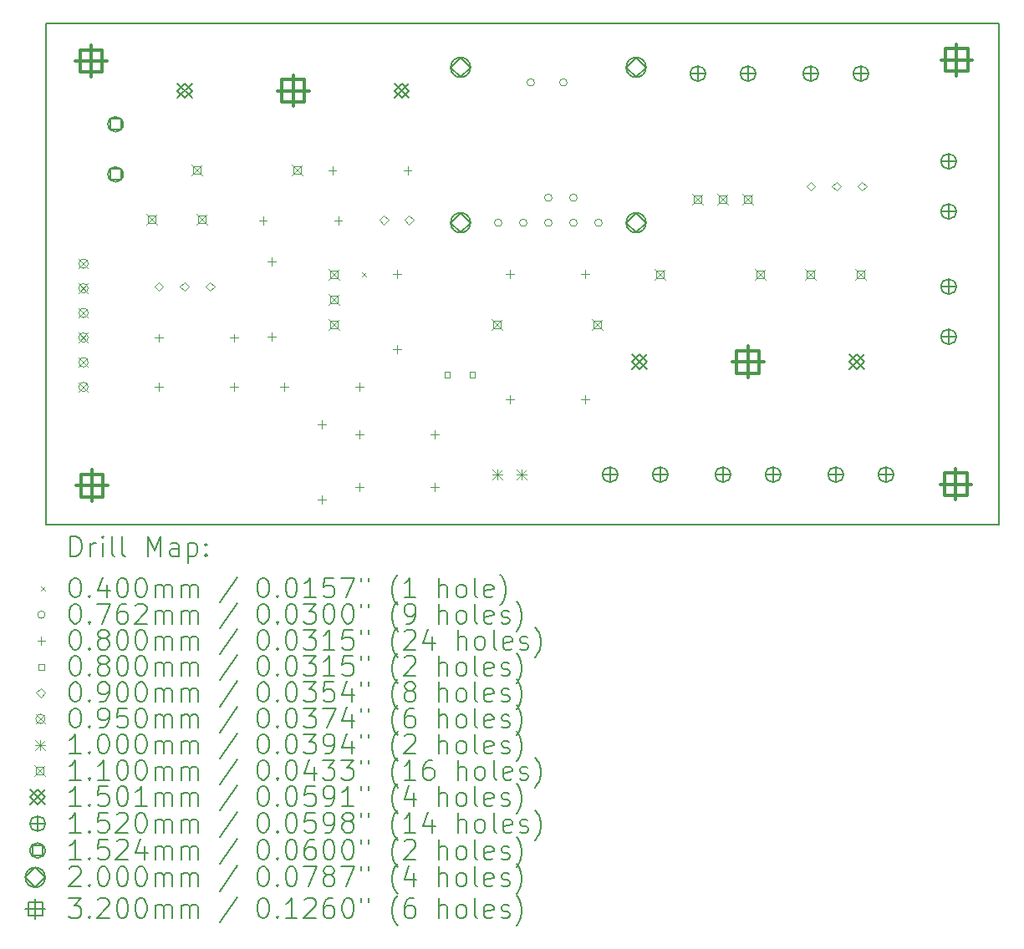
<source format=gbr>
%FSLAX45Y45*%
G04 Gerber Fmt 4.5, Leading zero omitted, Abs format (unit mm)*
G04 Created by KiCad (PCBNEW (5.99.0-10988-gd8b1e827c7)) date 2021-06-25 10:47:12*
%MOMM*%
%LPD*%
G01*
G04 APERTURE LIST*
%TA.AperFunction,Profile*%
%ADD10C,0.150000*%
%TD*%
%ADD11C,0.200000*%
%ADD12C,0.040000*%
%ADD13C,0.076200*%
%ADD14C,0.080000*%
%ADD15C,0.080010*%
%ADD16C,0.090000*%
%ADD17C,0.095000*%
%ADD18C,0.100000*%
%ADD19C,0.110000*%
%ADD20C,0.150114*%
%ADD21C,0.152000*%
%ADD22C,0.152400*%
%ADD23C,0.320000*%
G04 APERTURE END LIST*
D10*
X16510000Y-10414000D02*
X6858000Y-10414000D01*
X16510000Y-15494000D02*
X16510000Y-10414000D01*
X6858000Y-15494000D02*
X16510000Y-15494000D01*
X6858000Y-10414000D02*
X6858000Y-15494000D01*
D11*
D12*
X10059000Y-12934000D02*
X10099000Y-12974000D01*
X10099000Y-12934000D02*
X10059000Y-12974000D01*
D13*
X11477100Y-12433000D02*
G75*
G03*
X11477100Y-12433000I-38100J0D01*
G01*
X11731100Y-12433000D02*
G75*
G03*
X11731100Y-12433000I-38100J0D01*
G01*
X11807300Y-11010600D02*
G75*
G03*
X11807300Y-11010600I-38100J0D01*
G01*
X11985100Y-12179000D02*
G75*
G03*
X11985100Y-12179000I-38100J0D01*
G01*
X11985100Y-12433000D02*
G75*
G03*
X11985100Y-12433000I-38100J0D01*
G01*
X12137500Y-11010600D02*
G75*
G03*
X12137500Y-11010600I-38100J0D01*
G01*
X12239100Y-12179000D02*
G75*
G03*
X12239100Y-12179000I-38100J0D01*
G01*
X12239100Y-12433000D02*
G75*
G03*
X12239100Y-12433000I-38100J0D01*
G01*
X12493100Y-12433000D02*
G75*
G03*
X12493100Y-12433000I-38100J0D01*
G01*
D14*
X8001000Y-13560000D02*
X8001000Y-13640000D01*
X7961000Y-13600000D02*
X8041000Y-13600000D01*
X8001000Y-14057000D02*
X8001000Y-14137000D01*
X7961000Y-14097000D02*
X8041000Y-14097000D01*
X8763000Y-13560000D02*
X8763000Y-13640000D01*
X8723000Y-13600000D02*
X8803000Y-13600000D01*
X8763000Y-14057000D02*
X8763000Y-14137000D01*
X8723000Y-14097000D02*
X8803000Y-14097000D01*
X9057000Y-12369000D02*
X9057000Y-12449000D01*
X9017000Y-12409000D02*
X9097000Y-12409000D01*
X9144000Y-12787000D02*
X9144000Y-12867000D01*
X9104000Y-12827000D02*
X9184000Y-12827000D01*
X9144000Y-13549000D02*
X9144000Y-13629000D01*
X9104000Y-13589000D02*
X9184000Y-13589000D01*
X9271000Y-14057000D02*
X9271000Y-14137000D01*
X9231000Y-14097000D02*
X9311000Y-14097000D01*
X9652000Y-14438000D02*
X9652000Y-14518000D01*
X9612000Y-14478000D02*
X9692000Y-14478000D01*
X9652000Y-15200000D02*
X9652000Y-15280000D01*
X9612000Y-15240000D02*
X9692000Y-15240000D01*
X9760000Y-11861000D02*
X9760000Y-11941000D01*
X9720000Y-11901000D02*
X9800000Y-11901000D01*
X9819000Y-12369000D02*
X9819000Y-12449000D01*
X9779000Y-12409000D02*
X9859000Y-12409000D01*
X10033000Y-14057000D02*
X10033000Y-14137000D01*
X9993000Y-14097000D02*
X10073000Y-14097000D01*
X10033000Y-14539000D02*
X10033000Y-14619000D01*
X9993000Y-14579000D02*
X10073000Y-14579000D01*
X10033000Y-15070000D02*
X10033000Y-15150000D01*
X9993000Y-15110000D02*
X10073000Y-15110000D01*
X10414000Y-12914000D02*
X10414000Y-12994000D01*
X10374000Y-12954000D02*
X10454000Y-12954000D01*
X10414000Y-13676000D02*
X10414000Y-13756000D01*
X10374000Y-13716000D02*
X10454000Y-13716000D01*
X10522000Y-11861000D02*
X10522000Y-11941000D01*
X10482000Y-11901000D02*
X10562000Y-11901000D01*
X10795000Y-14539000D02*
X10795000Y-14619000D01*
X10755000Y-14579000D02*
X10835000Y-14579000D01*
X10795000Y-15070000D02*
X10795000Y-15150000D01*
X10755000Y-15110000D02*
X10835000Y-15110000D01*
X11557000Y-12914000D02*
X11557000Y-12994000D01*
X11517000Y-12954000D02*
X11597000Y-12954000D01*
X11557000Y-14184000D02*
X11557000Y-14264000D01*
X11517000Y-14224000D02*
X11597000Y-14224000D01*
X12319000Y-12914000D02*
X12319000Y-12994000D01*
X12279000Y-12954000D02*
X12359000Y-12954000D01*
X12319000Y-14184000D02*
X12319000Y-14264000D01*
X12279000Y-14224000D02*
X12359000Y-14224000D01*
D15*
X10950288Y-13998288D02*
X10950288Y-13941712D01*
X10893712Y-13941712D01*
X10893712Y-13998288D01*
X10950288Y-13998288D01*
X11204288Y-13998288D02*
X11204288Y-13941712D01*
X11147712Y-13941712D01*
X11147712Y-13998288D01*
X11204288Y-13998288D01*
D16*
X8001000Y-13126000D02*
X8046000Y-13081000D01*
X8001000Y-13036000D01*
X7956000Y-13081000D01*
X8001000Y-13126000D01*
X8261000Y-13126000D02*
X8306000Y-13081000D01*
X8261000Y-13036000D01*
X8216000Y-13081000D01*
X8261000Y-13126000D01*
X8521000Y-13126000D02*
X8566000Y-13081000D01*
X8521000Y-13036000D01*
X8476000Y-13081000D01*
X8521000Y-13126000D01*
X10283000Y-12450000D02*
X10328000Y-12405000D01*
X10283000Y-12360000D01*
X10238000Y-12405000D01*
X10283000Y-12450000D01*
X10537000Y-12450000D02*
X10582000Y-12405000D01*
X10537000Y-12360000D01*
X10492000Y-12405000D01*
X10537000Y-12450000D01*
X14605000Y-12110000D02*
X14650000Y-12065000D01*
X14605000Y-12020000D01*
X14560000Y-12065000D01*
X14605000Y-12110000D01*
X14865000Y-12110000D02*
X14910000Y-12065000D01*
X14865000Y-12020000D01*
X14820000Y-12065000D01*
X14865000Y-12110000D01*
X15125000Y-12110000D02*
X15170000Y-12065000D01*
X15125000Y-12020000D01*
X15080000Y-12065000D01*
X15125000Y-12110000D01*
D17*
X7191500Y-12799500D02*
X7286500Y-12894500D01*
X7286500Y-12799500D02*
X7191500Y-12894500D01*
X7286500Y-12847000D02*
G75*
G03*
X7286500Y-12847000I-47500J0D01*
G01*
X7191500Y-13049500D02*
X7286500Y-13144500D01*
X7286500Y-13049500D02*
X7191500Y-13144500D01*
X7286500Y-13097000D02*
G75*
G03*
X7286500Y-13097000I-47500J0D01*
G01*
X7191500Y-13299500D02*
X7286500Y-13394500D01*
X7286500Y-13299500D02*
X7191500Y-13394500D01*
X7286500Y-13347000D02*
G75*
G03*
X7286500Y-13347000I-47500J0D01*
G01*
X7191500Y-13549500D02*
X7286500Y-13644500D01*
X7286500Y-13549500D02*
X7191500Y-13644500D01*
X7286500Y-13597000D02*
G75*
G03*
X7286500Y-13597000I-47500J0D01*
G01*
X7191500Y-13799500D02*
X7286500Y-13894500D01*
X7286500Y-13799500D02*
X7191500Y-13894500D01*
X7286500Y-13847000D02*
G75*
G03*
X7286500Y-13847000I-47500J0D01*
G01*
X7191500Y-14049500D02*
X7286500Y-14144500D01*
X7286500Y-14049500D02*
X7191500Y-14144500D01*
X7286500Y-14097000D02*
G75*
G03*
X7286500Y-14097000I-47500J0D01*
G01*
D18*
X11380000Y-14936000D02*
X11480000Y-15036000D01*
X11480000Y-14936000D02*
X11380000Y-15036000D01*
X11430000Y-14936000D02*
X11430000Y-15036000D01*
X11380000Y-14986000D02*
X11480000Y-14986000D01*
X11630000Y-14936000D02*
X11730000Y-15036000D01*
X11730000Y-14936000D02*
X11630000Y-15036000D01*
X11680000Y-14936000D02*
X11680000Y-15036000D01*
X11630000Y-14986000D02*
X11730000Y-14986000D01*
D19*
X7878000Y-12342000D02*
X7988000Y-12452000D01*
X7988000Y-12342000D02*
X7878000Y-12452000D01*
X7971891Y-12435891D02*
X7971891Y-12358109D01*
X7894109Y-12358109D01*
X7894109Y-12435891D01*
X7971891Y-12435891D01*
X8333000Y-11846000D02*
X8443000Y-11956000D01*
X8443000Y-11846000D02*
X8333000Y-11956000D01*
X8426891Y-11939891D02*
X8426891Y-11862109D01*
X8349109Y-11862109D01*
X8349109Y-11939891D01*
X8426891Y-11939891D01*
X8386000Y-12342000D02*
X8496000Y-12452000D01*
X8496000Y-12342000D02*
X8386000Y-12452000D01*
X8479891Y-12435891D02*
X8479891Y-12358109D01*
X8402109Y-12358109D01*
X8402109Y-12435891D01*
X8479891Y-12435891D01*
X9349000Y-11846000D02*
X9459000Y-11956000D01*
X9459000Y-11846000D02*
X9349000Y-11956000D01*
X9442891Y-11939891D02*
X9442891Y-11862109D01*
X9365109Y-11862109D01*
X9365109Y-11939891D01*
X9442891Y-11939891D01*
X9724000Y-12899000D02*
X9834000Y-13009000D01*
X9834000Y-12899000D02*
X9724000Y-13009000D01*
X9817891Y-12992891D02*
X9817891Y-12915109D01*
X9740109Y-12915109D01*
X9740109Y-12992891D01*
X9817891Y-12992891D01*
X9724000Y-13153000D02*
X9834000Y-13263000D01*
X9834000Y-13153000D02*
X9724000Y-13263000D01*
X9817891Y-13246891D02*
X9817891Y-13169109D01*
X9740109Y-13169109D01*
X9740109Y-13246891D01*
X9817891Y-13246891D01*
X9724000Y-13407000D02*
X9834000Y-13517000D01*
X9834000Y-13407000D02*
X9724000Y-13517000D01*
X9817891Y-13500891D02*
X9817891Y-13423109D01*
X9740109Y-13423109D01*
X9740109Y-13500891D01*
X9817891Y-13500891D01*
X11375000Y-13407000D02*
X11485000Y-13517000D01*
X11485000Y-13407000D02*
X11375000Y-13517000D01*
X11468891Y-13500891D02*
X11468891Y-13423109D01*
X11391109Y-13423109D01*
X11391109Y-13500891D01*
X11468891Y-13500891D01*
X12391000Y-13407000D02*
X12501000Y-13517000D01*
X12501000Y-13407000D02*
X12391000Y-13517000D01*
X12484891Y-13500891D02*
X12484891Y-13423109D01*
X12407109Y-13423109D01*
X12407109Y-13500891D01*
X12484891Y-13500891D01*
X13026000Y-12899000D02*
X13136000Y-13009000D01*
X13136000Y-12899000D02*
X13026000Y-13009000D01*
X13119891Y-12992891D02*
X13119891Y-12915109D01*
X13042109Y-12915109D01*
X13042109Y-12992891D01*
X13119891Y-12992891D01*
X13407000Y-12137000D02*
X13517000Y-12247000D01*
X13517000Y-12137000D02*
X13407000Y-12247000D01*
X13500891Y-12230891D02*
X13500891Y-12153109D01*
X13423109Y-12153109D01*
X13423109Y-12230891D01*
X13500891Y-12230891D01*
X13661000Y-12137000D02*
X13771000Y-12247000D01*
X13771000Y-12137000D02*
X13661000Y-12247000D01*
X13754891Y-12230891D02*
X13754891Y-12153109D01*
X13677109Y-12153109D01*
X13677109Y-12230891D01*
X13754891Y-12230891D01*
X13915000Y-12137000D02*
X14025000Y-12247000D01*
X14025000Y-12137000D02*
X13915000Y-12247000D01*
X14008891Y-12230891D02*
X14008891Y-12153109D01*
X13931109Y-12153109D01*
X13931109Y-12230891D01*
X14008891Y-12230891D01*
X14042000Y-12899000D02*
X14152000Y-13009000D01*
X14152000Y-12899000D02*
X14042000Y-13009000D01*
X14135891Y-12992891D02*
X14135891Y-12915109D01*
X14058109Y-12915109D01*
X14058109Y-12992891D01*
X14135891Y-12992891D01*
X14550000Y-12899000D02*
X14660000Y-13009000D01*
X14660000Y-12899000D02*
X14550000Y-13009000D01*
X14643891Y-12992891D02*
X14643891Y-12915109D01*
X14566109Y-12915109D01*
X14566109Y-12992891D01*
X14643891Y-12992891D01*
X15058000Y-12899000D02*
X15168000Y-13009000D01*
X15168000Y-12899000D02*
X15058000Y-13009000D01*
X15151891Y-12992891D02*
X15151891Y-12915109D01*
X15074109Y-12915109D01*
X15074109Y-12992891D01*
X15151891Y-12992891D01*
D20*
X8186869Y-11019943D02*
X8336983Y-11170057D01*
X8336983Y-11019943D02*
X8186869Y-11170057D01*
X8261926Y-11170057D02*
X8336983Y-11095000D01*
X8261926Y-11019943D01*
X8186869Y-11095000D01*
X8261926Y-11170057D01*
X10387017Y-11019943D02*
X10537131Y-11170057D01*
X10537131Y-11019943D02*
X10387017Y-11170057D01*
X10462074Y-11170057D02*
X10537131Y-11095000D01*
X10462074Y-11019943D01*
X10387017Y-11095000D01*
X10462074Y-11170057D01*
X12794869Y-13767943D02*
X12944983Y-13918057D01*
X12944983Y-13767943D02*
X12794869Y-13918057D01*
X12869926Y-13918057D02*
X12944983Y-13843000D01*
X12869926Y-13767943D01*
X12794869Y-13843000D01*
X12869926Y-13918057D01*
X14995017Y-13767943D02*
X15145131Y-13918057D01*
X15145131Y-13767943D02*
X14995017Y-13918057D01*
X15070074Y-13918057D02*
X15145131Y-13843000D01*
X15070074Y-13767943D01*
X14995017Y-13843000D01*
X15070074Y-13918057D01*
D21*
X12573000Y-14910000D02*
X12573000Y-15062000D01*
X12497000Y-14986000D02*
X12649000Y-14986000D01*
X12649000Y-14986000D02*
G75*
G03*
X12649000Y-14986000I-76000J0D01*
G01*
X13081000Y-14910000D02*
X13081000Y-15062000D01*
X13005000Y-14986000D02*
X13157000Y-14986000D01*
X13157000Y-14986000D02*
G75*
G03*
X13157000Y-14986000I-76000J0D01*
G01*
X13462000Y-10846000D02*
X13462000Y-10998000D01*
X13386000Y-10922000D02*
X13538000Y-10922000D01*
X13538000Y-10922000D02*
G75*
G03*
X13538000Y-10922000I-76000J0D01*
G01*
X13716000Y-14910000D02*
X13716000Y-15062000D01*
X13640000Y-14986000D02*
X13792000Y-14986000D01*
X13792000Y-14986000D02*
G75*
G03*
X13792000Y-14986000I-76000J0D01*
G01*
X13970000Y-10846000D02*
X13970000Y-10998000D01*
X13894000Y-10922000D02*
X14046000Y-10922000D01*
X14046000Y-10922000D02*
G75*
G03*
X14046000Y-10922000I-76000J0D01*
G01*
X14224000Y-14910000D02*
X14224000Y-15062000D01*
X14148000Y-14986000D02*
X14300000Y-14986000D01*
X14300000Y-14986000D02*
G75*
G03*
X14300000Y-14986000I-76000J0D01*
G01*
X14605000Y-10846000D02*
X14605000Y-10998000D01*
X14529000Y-10922000D02*
X14681000Y-10922000D01*
X14681000Y-10922000D02*
G75*
G03*
X14681000Y-10922000I-76000J0D01*
G01*
X14859000Y-14910000D02*
X14859000Y-15062000D01*
X14783000Y-14986000D02*
X14935000Y-14986000D01*
X14935000Y-14986000D02*
G75*
G03*
X14935000Y-14986000I-76000J0D01*
G01*
X15113000Y-10846000D02*
X15113000Y-10998000D01*
X15037000Y-10922000D02*
X15189000Y-10922000D01*
X15189000Y-10922000D02*
G75*
G03*
X15189000Y-10922000I-76000J0D01*
G01*
X15367000Y-14910000D02*
X15367000Y-15062000D01*
X15291000Y-14986000D02*
X15443000Y-14986000D01*
X15443000Y-14986000D02*
G75*
G03*
X15443000Y-14986000I-76000J0D01*
G01*
X16002000Y-11735000D02*
X16002000Y-11887000D01*
X15926000Y-11811000D02*
X16078000Y-11811000D01*
X16078000Y-11811000D02*
G75*
G03*
X16078000Y-11811000I-76000J0D01*
G01*
X16002000Y-12243000D02*
X16002000Y-12395000D01*
X15926000Y-12319000D02*
X16078000Y-12319000D01*
X16078000Y-12319000D02*
G75*
G03*
X16078000Y-12319000I-76000J0D01*
G01*
X16002000Y-13005000D02*
X16002000Y-13157000D01*
X15926000Y-13081000D02*
X16078000Y-13081000D01*
X16078000Y-13081000D02*
G75*
G03*
X16078000Y-13081000I-76000J0D01*
G01*
X16002000Y-13513000D02*
X16002000Y-13665000D01*
X15926000Y-13589000D02*
X16078000Y-13589000D01*
X16078000Y-13589000D02*
G75*
G03*
X16078000Y-13589000I-76000J0D01*
G01*
D22*
X7617882Y-11488882D02*
X7617882Y-11381118D01*
X7510118Y-11381118D01*
X7510118Y-11488882D01*
X7617882Y-11488882D01*
X7640200Y-11435000D02*
G75*
G03*
X7640200Y-11435000I-76200J0D01*
G01*
X7617882Y-11996882D02*
X7617882Y-11889118D01*
X7510118Y-11889118D01*
X7510118Y-11996882D01*
X7617882Y-11996882D01*
X7640200Y-11943000D02*
G75*
G03*
X7640200Y-11943000I-76200J0D01*
G01*
D11*
X11058000Y-10958200D02*
X11158000Y-10858200D01*
X11058000Y-10758200D01*
X10958000Y-10858200D01*
X11058000Y-10958200D01*
X11158000Y-10858200D02*
G75*
G03*
X11158000Y-10858200I-100000J0D01*
G01*
X11058000Y-12533000D02*
X11158000Y-12433000D01*
X11058000Y-12333000D01*
X10958000Y-12433000D01*
X11058000Y-12533000D01*
X11158000Y-12433000D02*
G75*
G03*
X11158000Y-12433000I-100000J0D01*
G01*
X12836000Y-10958200D02*
X12936000Y-10858200D01*
X12836000Y-10758200D01*
X12736000Y-10858200D01*
X12836000Y-10958200D01*
X12936000Y-10858200D02*
G75*
G03*
X12936000Y-10858200I-100000J0D01*
G01*
X12836000Y-12533000D02*
X12936000Y-12433000D01*
X12836000Y-12333000D01*
X12736000Y-12433000D01*
X12836000Y-12533000D01*
X12936000Y-12433000D02*
G75*
G03*
X12936000Y-12433000I-100000J0D01*
G01*
D23*
X7316000Y-10634000D02*
X7316000Y-10954000D01*
X7156000Y-10794000D02*
X7476000Y-10794000D01*
X7429138Y-10907138D02*
X7429138Y-10680862D01*
X7202862Y-10680862D01*
X7202862Y-10907138D01*
X7429138Y-10907138D01*
X7325000Y-14937000D02*
X7325000Y-15257000D01*
X7165000Y-15097000D02*
X7485000Y-15097000D01*
X7438138Y-15210138D02*
X7438138Y-14983862D01*
X7211862Y-14983862D01*
X7211862Y-15210138D01*
X7438138Y-15210138D01*
X9362000Y-10935000D02*
X9362000Y-11255000D01*
X9202000Y-11095000D02*
X9522000Y-11095000D01*
X9475138Y-11208138D02*
X9475138Y-10981862D01*
X9248862Y-10981862D01*
X9248862Y-11208138D01*
X9475138Y-11208138D01*
X13970000Y-13683000D02*
X13970000Y-14003000D01*
X13810000Y-13843000D02*
X14130000Y-13843000D01*
X14083138Y-13956138D02*
X14083138Y-13729862D01*
X13856862Y-13729862D01*
X13856862Y-13956138D01*
X14083138Y-13956138D01*
X16075000Y-14922000D02*
X16075000Y-15242000D01*
X15915000Y-15082000D02*
X16235000Y-15082000D01*
X16188138Y-15195138D02*
X16188138Y-14968862D01*
X15961862Y-14968862D01*
X15961862Y-15195138D01*
X16188138Y-15195138D01*
X16083000Y-10624000D02*
X16083000Y-10944000D01*
X15923000Y-10784000D02*
X16243000Y-10784000D01*
X16196138Y-10897138D02*
X16196138Y-10670862D01*
X15969862Y-10670862D01*
X15969862Y-10897138D01*
X16196138Y-10897138D01*
D11*
X7108119Y-15811976D02*
X7108119Y-15611976D01*
X7155738Y-15611976D01*
X7184309Y-15621500D01*
X7203357Y-15640548D01*
X7212881Y-15659595D01*
X7222405Y-15697690D01*
X7222405Y-15726262D01*
X7212881Y-15764357D01*
X7203357Y-15783405D01*
X7184309Y-15802452D01*
X7155738Y-15811976D01*
X7108119Y-15811976D01*
X7308119Y-15811976D02*
X7308119Y-15678643D01*
X7308119Y-15716738D02*
X7317643Y-15697690D01*
X7327167Y-15688167D01*
X7346214Y-15678643D01*
X7365262Y-15678643D01*
X7431928Y-15811976D02*
X7431928Y-15678643D01*
X7431928Y-15611976D02*
X7422405Y-15621500D01*
X7431928Y-15631024D01*
X7441452Y-15621500D01*
X7431928Y-15611976D01*
X7431928Y-15631024D01*
X7555738Y-15811976D02*
X7536690Y-15802452D01*
X7527167Y-15783405D01*
X7527167Y-15611976D01*
X7660500Y-15811976D02*
X7641452Y-15802452D01*
X7631928Y-15783405D01*
X7631928Y-15611976D01*
X7889071Y-15811976D02*
X7889071Y-15611976D01*
X7955738Y-15754833D01*
X8022405Y-15611976D01*
X8022405Y-15811976D01*
X8203357Y-15811976D02*
X8203357Y-15707214D01*
X8193833Y-15688167D01*
X8174786Y-15678643D01*
X8136690Y-15678643D01*
X8117643Y-15688167D01*
X8203357Y-15802452D02*
X8184309Y-15811976D01*
X8136690Y-15811976D01*
X8117643Y-15802452D01*
X8108119Y-15783405D01*
X8108119Y-15764357D01*
X8117643Y-15745309D01*
X8136690Y-15735786D01*
X8184309Y-15735786D01*
X8203357Y-15726262D01*
X8298595Y-15678643D02*
X8298595Y-15878643D01*
X8298595Y-15688167D02*
X8317643Y-15678643D01*
X8355738Y-15678643D01*
X8374786Y-15688167D01*
X8384309Y-15697690D01*
X8393833Y-15716738D01*
X8393833Y-15773881D01*
X8384309Y-15792928D01*
X8374786Y-15802452D01*
X8355738Y-15811976D01*
X8317643Y-15811976D01*
X8298595Y-15802452D01*
X8479548Y-15792928D02*
X8489071Y-15802452D01*
X8479548Y-15811976D01*
X8470024Y-15802452D01*
X8479548Y-15792928D01*
X8479548Y-15811976D01*
X8479548Y-15688167D02*
X8489071Y-15697690D01*
X8479548Y-15707214D01*
X8470024Y-15697690D01*
X8479548Y-15688167D01*
X8479548Y-15707214D01*
D12*
X6810500Y-16121500D02*
X6850500Y-16161500D01*
X6850500Y-16121500D02*
X6810500Y-16161500D01*
D11*
X7146214Y-16031976D02*
X7165262Y-16031976D01*
X7184309Y-16041500D01*
X7193833Y-16051024D01*
X7203357Y-16070071D01*
X7212881Y-16108167D01*
X7212881Y-16155786D01*
X7203357Y-16193881D01*
X7193833Y-16212928D01*
X7184309Y-16222452D01*
X7165262Y-16231976D01*
X7146214Y-16231976D01*
X7127167Y-16222452D01*
X7117643Y-16212928D01*
X7108119Y-16193881D01*
X7098595Y-16155786D01*
X7098595Y-16108167D01*
X7108119Y-16070071D01*
X7117643Y-16051024D01*
X7127167Y-16041500D01*
X7146214Y-16031976D01*
X7298595Y-16212928D02*
X7308119Y-16222452D01*
X7298595Y-16231976D01*
X7289071Y-16222452D01*
X7298595Y-16212928D01*
X7298595Y-16231976D01*
X7479548Y-16098643D02*
X7479548Y-16231976D01*
X7431928Y-16022452D02*
X7384309Y-16165309D01*
X7508119Y-16165309D01*
X7622405Y-16031976D02*
X7641452Y-16031976D01*
X7660500Y-16041500D01*
X7670024Y-16051024D01*
X7679548Y-16070071D01*
X7689071Y-16108167D01*
X7689071Y-16155786D01*
X7679548Y-16193881D01*
X7670024Y-16212928D01*
X7660500Y-16222452D01*
X7641452Y-16231976D01*
X7622405Y-16231976D01*
X7603357Y-16222452D01*
X7593833Y-16212928D01*
X7584309Y-16193881D01*
X7574786Y-16155786D01*
X7574786Y-16108167D01*
X7584309Y-16070071D01*
X7593833Y-16051024D01*
X7603357Y-16041500D01*
X7622405Y-16031976D01*
X7812881Y-16031976D02*
X7831928Y-16031976D01*
X7850976Y-16041500D01*
X7860500Y-16051024D01*
X7870024Y-16070071D01*
X7879548Y-16108167D01*
X7879548Y-16155786D01*
X7870024Y-16193881D01*
X7860500Y-16212928D01*
X7850976Y-16222452D01*
X7831928Y-16231976D01*
X7812881Y-16231976D01*
X7793833Y-16222452D01*
X7784309Y-16212928D01*
X7774786Y-16193881D01*
X7765262Y-16155786D01*
X7765262Y-16108167D01*
X7774786Y-16070071D01*
X7784309Y-16051024D01*
X7793833Y-16041500D01*
X7812881Y-16031976D01*
X7965262Y-16231976D02*
X7965262Y-16098643D01*
X7965262Y-16117690D02*
X7974786Y-16108167D01*
X7993833Y-16098643D01*
X8022405Y-16098643D01*
X8041452Y-16108167D01*
X8050976Y-16127214D01*
X8050976Y-16231976D01*
X8050976Y-16127214D02*
X8060500Y-16108167D01*
X8079548Y-16098643D01*
X8108119Y-16098643D01*
X8127167Y-16108167D01*
X8136690Y-16127214D01*
X8136690Y-16231976D01*
X8231928Y-16231976D02*
X8231928Y-16098643D01*
X8231928Y-16117690D02*
X8241452Y-16108167D01*
X8260500Y-16098643D01*
X8289071Y-16098643D01*
X8308119Y-16108167D01*
X8317643Y-16127214D01*
X8317643Y-16231976D01*
X8317643Y-16127214D02*
X8327167Y-16108167D01*
X8346214Y-16098643D01*
X8374786Y-16098643D01*
X8393833Y-16108167D01*
X8403357Y-16127214D01*
X8403357Y-16231976D01*
X8793833Y-16022452D02*
X8622405Y-16279595D01*
X9050976Y-16031976D02*
X9070024Y-16031976D01*
X9089071Y-16041500D01*
X9098595Y-16051024D01*
X9108119Y-16070071D01*
X9117643Y-16108167D01*
X9117643Y-16155786D01*
X9108119Y-16193881D01*
X9098595Y-16212928D01*
X9089071Y-16222452D01*
X9070024Y-16231976D01*
X9050976Y-16231976D01*
X9031929Y-16222452D01*
X9022405Y-16212928D01*
X9012881Y-16193881D01*
X9003357Y-16155786D01*
X9003357Y-16108167D01*
X9012881Y-16070071D01*
X9022405Y-16051024D01*
X9031929Y-16041500D01*
X9050976Y-16031976D01*
X9203357Y-16212928D02*
X9212881Y-16222452D01*
X9203357Y-16231976D01*
X9193833Y-16222452D01*
X9203357Y-16212928D01*
X9203357Y-16231976D01*
X9336690Y-16031976D02*
X9355738Y-16031976D01*
X9374786Y-16041500D01*
X9384310Y-16051024D01*
X9393833Y-16070071D01*
X9403357Y-16108167D01*
X9403357Y-16155786D01*
X9393833Y-16193881D01*
X9384310Y-16212928D01*
X9374786Y-16222452D01*
X9355738Y-16231976D01*
X9336690Y-16231976D01*
X9317643Y-16222452D01*
X9308119Y-16212928D01*
X9298595Y-16193881D01*
X9289071Y-16155786D01*
X9289071Y-16108167D01*
X9298595Y-16070071D01*
X9308119Y-16051024D01*
X9317643Y-16041500D01*
X9336690Y-16031976D01*
X9593833Y-16231976D02*
X9479548Y-16231976D01*
X9536690Y-16231976D02*
X9536690Y-16031976D01*
X9517643Y-16060548D01*
X9498595Y-16079595D01*
X9479548Y-16089119D01*
X9774786Y-16031976D02*
X9679548Y-16031976D01*
X9670024Y-16127214D01*
X9679548Y-16117690D01*
X9698595Y-16108167D01*
X9746214Y-16108167D01*
X9765262Y-16117690D01*
X9774786Y-16127214D01*
X9784310Y-16146262D01*
X9784310Y-16193881D01*
X9774786Y-16212928D01*
X9765262Y-16222452D01*
X9746214Y-16231976D01*
X9698595Y-16231976D01*
X9679548Y-16222452D01*
X9670024Y-16212928D01*
X9850976Y-16031976D02*
X9984310Y-16031976D01*
X9898595Y-16231976D01*
X10050976Y-16031976D02*
X10050976Y-16070071D01*
X10127167Y-16031976D02*
X10127167Y-16070071D01*
X10422405Y-16308167D02*
X10412881Y-16298643D01*
X10393833Y-16270071D01*
X10384310Y-16251024D01*
X10374786Y-16222452D01*
X10365262Y-16174833D01*
X10365262Y-16136738D01*
X10374786Y-16089119D01*
X10384310Y-16060548D01*
X10393833Y-16041500D01*
X10412881Y-16012928D01*
X10422405Y-16003405D01*
X10603357Y-16231976D02*
X10489071Y-16231976D01*
X10546214Y-16231976D02*
X10546214Y-16031976D01*
X10527167Y-16060548D01*
X10508119Y-16079595D01*
X10489071Y-16089119D01*
X10841452Y-16231976D02*
X10841452Y-16031976D01*
X10927167Y-16231976D02*
X10927167Y-16127214D01*
X10917643Y-16108167D01*
X10898595Y-16098643D01*
X10870024Y-16098643D01*
X10850976Y-16108167D01*
X10841452Y-16117690D01*
X11050976Y-16231976D02*
X11031929Y-16222452D01*
X11022405Y-16212928D01*
X11012881Y-16193881D01*
X11012881Y-16136738D01*
X11022405Y-16117690D01*
X11031929Y-16108167D01*
X11050976Y-16098643D01*
X11079548Y-16098643D01*
X11098595Y-16108167D01*
X11108119Y-16117690D01*
X11117643Y-16136738D01*
X11117643Y-16193881D01*
X11108119Y-16212928D01*
X11098595Y-16222452D01*
X11079548Y-16231976D01*
X11050976Y-16231976D01*
X11231928Y-16231976D02*
X11212881Y-16222452D01*
X11203357Y-16203405D01*
X11203357Y-16031976D01*
X11384309Y-16222452D02*
X11365262Y-16231976D01*
X11327167Y-16231976D01*
X11308119Y-16222452D01*
X11298595Y-16203405D01*
X11298595Y-16127214D01*
X11308119Y-16108167D01*
X11327167Y-16098643D01*
X11365262Y-16098643D01*
X11384309Y-16108167D01*
X11393833Y-16127214D01*
X11393833Y-16146262D01*
X11298595Y-16165309D01*
X11460500Y-16308167D02*
X11470024Y-16298643D01*
X11489071Y-16270071D01*
X11498595Y-16251024D01*
X11508119Y-16222452D01*
X11517643Y-16174833D01*
X11517643Y-16136738D01*
X11508119Y-16089119D01*
X11498595Y-16060548D01*
X11489071Y-16041500D01*
X11470024Y-16012928D01*
X11460500Y-16003405D01*
D13*
X6850500Y-16405500D02*
G75*
G03*
X6850500Y-16405500I-38100J0D01*
G01*
D11*
X7146214Y-16295976D02*
X7165262Y-16295976D01*
X7184309Y-16305500D01*
X7193833Y-16315024D01*
X7203357Y-16334071D01*
X7212881Y-16372167D01*
X7212881Y-16419786D01*
X7203357Y-16457881D01*
X7193833Y-16476928D01*
X7184309Y-16486452D01*
X7165262Y-16495976D01*
X7146214Y-16495976D01*
X7127167Y-16486452D01*
X7117643Y-16476928D01*
X7108119Y-16457881D01*
X7098595Y-16419786D01*
X7098595Y-16372167D01*
X7108119Y-16334071D01*
X7117643Y-16315024D01*
X7127167Y-16305500D01*
X7146214Y-16295976D01*
X7298595Y-16476928D02*
X7308119Y-16486452D01*
X7298595Y-16495976D01*
X7289071Y-16486452D01*
X7298595Y-16476928D01*
X7298595Y-16495976D01*
X7374786Y-16295976D02*
X7508119Y-16295976D01*
X7422405Y-16495976D01*
X7670024Y-16295976D02*
X7631928Y-16295976D01*
X7612881Y-16305500D01*
X7603357Y-16315024D01*
X7584309Y-16343595D01*
X7574786Y-16381690D01*
X7574786Y-16457881D01*
X7584309Y-16476928D01*
X7593833Y-16486452D01*
X7612881Y-16495976D01*
X7650976Y-16495976D01*
X7670024Y-16486452D01*
X7679548Y-16476928D01*
X7689071Y-16457881D01*
X7689071Y-16410262D01*
X7679548Y-16391214D01*
X7670024Y-16381690D01*
X7650976Y-16372167D01*
X7612881Y-16372167D01*
X7593833Y-16381690D01*
X7584309Y-16391214D01*
X7574786Y-16410262D01*
X7765262Y-16315024D02*
X7774786Y-16305500D01*
X7793833Y-16295976D01*
X7841452Y-16295976D01*
X7860500Y-16305500D01*
X7870024Y-16315024D01*
X7879548Y-16334071D01*
X7879548Y-16353119D01*
X7870024Y-16381690D01*
X7755738Y-16495976D01*
X7879548Y-16495976D01*
X7965262Y-16495976D02*
X7965262Y-16362643D01*
X7965262Y-16381690D02*
X7974786Y-16372167D01*
X7993833Y-16362643D01*
X8022405Y-16362643D01*
X8041452Y-16372167D01*
X8050976Y-16391214D01*
X8050976Y-16495976D01*
X8050976Y-16391214D02*
X8060500Y-16372167D01*
X8079548Y-16362643D01*
X8108119Y-16362643D01*
X8127167Y-16372167D01*
X8136690Y-16391214D01*
X8136690Y-16495976D01*
X8231928Y-16495976D02*
X8231928Y-16362643D01*
X8231928Y-16381690D02*
X8241452Y-16372167D01*
X8260500Y-16362643D01*
X8289071Y-16362643D01*
X8308119Y-16372167D01*
X8317643Y-16391214D01*
X8317643Y-16495976D01*
X8317643Y-16391214D02*
X8327167Y-16372167D01*
X8346214Y-16362643D01*
X8374786Y-16362643D01*
X8393833Y-16372167D01*
X8403357Y-16391214D01*
X8403357Y-16495976D01*
X8793833Y-16286452D02*
X8622405Y-16543595D01*
X9050976Y-16295976D02*
X9070024Y-16295976D01*
X9089071Y-16305500D01*
X9098595Y-16315024D01*
X9108119Y-16334071D01*
X9117643Y-16372167D01*
X9117643Y-16419786D01*
X9108119Y-16457881D01*
X9098595Y-16476928D01*
X9089071Y-16486452D01*
X9070024Y-16495976D01*
X9050976Y-16495976D01*
X9031929Y-16486452D01*
X9022405Y-16476928D01*
X9012881Y-16457881D01*
X9003357Y-16419786D01*
X9003357Y-16372167D01*
X9012881Y-16334071D01*
X9022405Y-16315024D01*
X9031929Y-16305500D01*
X9050976Y-16295976D01*
X9203357Y-16476928D02*
X9212881Y-16486452D01*
X9203357Y-16495976D01*
X9193833Y-16486452D01*
X9203357Y-16476928D01*
X9203357Y-16495976D01*
X9336690Y-16295976D02*
X9355738Y-16295976D01*
X9374786Y-16305500D01*
X9384310Y-16315024D01*
X9393833Y-16334071D01*
X9403357Y-16372167D01*
X9403357Y-16419786D01*
X9393833Y-16457881D01*
X9384310Y-16476928D01*
X9374786Y-16486452D01*
X9355738Y-16495976D01*
X9336690Y-16495976D01*
X9317643Y-16486452D01*
X9308119Y-16476928D01*
X9298595Y-16457881D01*
X9289071Y-16419786D01*
X9289071Y-16372167D01*
X9298595Y-16334071D01*
X9308119Y-16315024D01*
X9317643Y-16305500D01*
X9336690Y-16295976D01*
X9470024Y-16295976D02*
X9593833Y-16295976D01*
X9527167Y-16372167D01*
X9555738Y-16372167D01*
X9574786Y-16381690D01*
X9584310Y-16391214D01*
X9593833Y-16410262D01*
X9593833Y-16457881D01*
X9584310Y-16476928D01*
X9574786Y-16486452D01*
X9555738Y-16495976D01*
X9498595Y-16495976D01*
X9479548Y-16486452D01*
X9470024Y-16476928D01*
X9717643Y-16295976D02*
X9736690Y-16295976D01*
X9755738Y-16305500D01*
X9765262Y-16315024D01*
X9774786Y-16334071D01*
X9784310Y-16372167D01*
X9784310Y-16419786D01*
X9774786Y-16457881D01*
X9765262Y-16476928D01*
X9755738Y-16486452D01*
X9736690Y-16495976D01*
X9717643Y-16495976D01*
X9698595Y-16486452D01*
X9689071Y-16476928D01*
X9679548Y-16457881D01*
X9670024Y-16419786D01*
X9670024Y-16372167D01*
X9679548Y-16334071D01*
X9689071Y-16315024D01*
X9698595Y-16305500D01*
X9717643Y-16295976D01*
X9908119Y-16295976D02*
X9927167Y-16295976D01*
X9946214Y-16305500D01*
X9955738Y-16315024D01*
X9965262Y-16334071D01*
X9974786Y-16372167D01*
X9974786Y-16419786D01*
X9965262Y-16457881D01*
X9955738Y-16476928D01*
X9946214Y-16486452D01*
X9927167Y-16495976D01*
X9908119Y-16495976D01*
X9889071Y-16486452D01*
X9879548Y-16476928D01*
X9870024Y-16457881D01*
X9860500Y-16419786D01*
X9860500Y-16372167D01*
X9870024Y-16334071D01*
X9879548Y-16315024D01*
X9889071Y-16305500D01*
X9908119Y-16295976D01*
X10050976Y-16295976D02*
X10050976Y-16334071D01*
X10127167Y-16295976D02*
X10127167Y-16334071D01*
X10422405Y-16572167D02*
X10412881Y-16562643D01*
X10393833Y-16534071D01*
X10384310Y-16515024D01*
X10374786Y-16486452D01*
X10365262Y-16438833D01*
X10365262Y-16400738D01*
X10374786Y-16353119D01*
X10384310Y-16324548D01*
X10393833Y-16305500D01*
X10412881Y-16276928D01*
X10422405Y-16267405D01*
X10508119Y-16495976D02*
X10546214Y-16495976D01*
X10565262Y-16486452D01*
X10574786Y-16476928D01*
X10593833Y-16448357D01*
X10603357Y-16410262D01*
X10603357Y-16334071D01*
X10593833Y-16315024D01*
X10584310Y-16305500D01*
X10565262Y-16295976D01*
X10527167Y-16295976D01*
X10508119Y-16305500D01*
X10498595Y-16315024D01*
X10489071Y-16334071D01*
X10489071Y-16381690D01*
X10498595Y-16400738D01*
X10508119Y-16410262D01*
X10527167Y-16419786D01*
X10565262Y-16419786D01*
X10584310Y-16410262D01*
X10593833Y-16400738D01*
X10603357Y-16381690D01*
X10841452Y-16495976D02*
X10841452Y-16295976D01*
X10927167Y-16495976D02*
X10927167Y-16391214D01*
X10917643Y-16372167D01*
X10898595Y-16362643D01*
X10870024Y-16362643D01*
X10850976Y-16372167D01*
X10841452Y-16381690D01*
X11050976Y-16495976D02*
X11031929Y-16486452D01*
X11022405Y-16476928D01*
X11012881Y-16457881D01*
X11012881Y-16400738D01*
X11022405Y-16381690D01*
X11031929Y-16372167D01*
X11050976Y-16362643D01*
X11079548Y-16362643D01*
X11098595Y-16372167D01*
X11108119Y-16381690D01*
X11117643Y-16400738D01*
X11117643Y-16457881D01*
X11108119Y-16476928D01*
X11098595Y-16486452D01*
X11079548Y-16495976D01*
X11050976Y-16495976D01*
X11231928Y-16495976D02*
X11212881Y-16486452D01*
X11203357Y-16467405D01*
X11203357Y-16295976D01*
X11384309Y-16486452D02*
X11365262Y-16495976D01*
X11327167Y-16495976D01*
X11308119Y-16486452D01*
X11298595Y-16467405D01*
X11298595Y-16391214D01*
X11308119Y-16372167D01*
X11327167Y-16362643D01*
X11365262Y-16362643D01*
X11384309Y-16372167D01*
X11393833Y-16391214D01*
X11393833Y-16410262D01*
X11298595Y-16429309D01*
X11470024Y-16486452D02*
X11489071Y-16495976D01*
X11527167Y-16495976D01*
X11546214Y-16486452D01*
X11555738Y-16467405D01*
X11555738Y-16457881D01*
X11546214Y-16438833D01*
X11527167Y-16429309D01*
X11498595Y-16429309D01*
X11479548Y-16419786D01*
X11470024Y-16400738D01*
X11470024Y-16391214D01*
X11479548Y-16372167D01*
X11498595Y-16362643D01*
X11527167Y-16362643D01*
X11546214Y-16372167D01*
X11622405Y-16572167D02*
X11631928Y-16562643D01*
X11650976Y-16534071D01*
X11660500Y-16515024D01*
X11670024Y-16486452D01*
X11679548Y-16438833D01*
X11679548Y-16400738D01*
X11670024Y-16353119D01*
X11660500Y-16324548D01*
X11650976Y-16305500D01*
X11631928Y-16276928D01*
X11622405Y-16267405D01*
D14*
X6810500Y-16629500D02*
X6810500Y-16709500D01*
X6770500Y-16669500D02*
X6850500Y-16669500D01*
D11*
X7146214Y-16559976D02*
X7165262Y-16559976D01*
X7184309Y-16569500D01*
X7193833Y-16579024D01*
X7203357Y-16598071D01*
X7212881Y-16636167D01*
X7212881Y-16683786D01*
X7203357Y-16721881D01*
X7193833Y-16740928D01*
X7184309Y-16750452D01*
X7165262Y-16759976D01*
X7146214Y-16759976D01*
X7127167Y-16750452D01*
X7117643Y-16740928D01*
X7108119Y-16721881D01*
X7098595Y-16683786D01*
X7098595Y-16636167D01*
X7108119Y-16598071D01*
X7117643Y-16579024D01*
X7127167Y-16569500D01*
X7146214Y-16559976D01*
X7298595Y-16740928D02*
X7308119Y-16750452D01*
X7298595Y-16759976D01*
X7289071Y-16750452D01*
X7298595Y-16740928D01*
X7298595Y-16759976D01*
X7422405Y-16645690D02*
X7403357Y-16636167D01*
X7393833Y-16626643D01*
X7384309Y-16607595D01*
X7384309Y-16598071D01*
X7393833Y-16579024D01*
X7403357Y-16569500D01*
X7422405Y-16559976D01*
X7460500Y-16559976D01*
X7479548Y-16569500D01*
X7489071Y-16579024D01*
X7498595Y-16598071D01*
X7498595Y-16607595D01*
X7489071Y-16626643D01*
X7479548Y-16636167D01*
X7460500Y-16645690D01*
X7422405Y-16645690D01*
X7403357Y-16655214D01*
X7393833Y-16664738D01*
X7384309Y-16683786D01*
X7384309Y-16721881D01*
X7393833Y-16740928D01*
X7403357Y-16750452D01*
X7422405Y-16759976D01*
X7460500Y-16759976D01*
X7479548Y-16750452D01*
X7489071Y-16740928D01*
X7498595Y-16721881D01*
X7498595Y-16683786D01*
X7489071Y-16664738D01*
X7479548Y-16655214D01*
X7460500Y-16645690D01*
X7622405Y-16559976D02*
X7641452Y-16559976D01*
X7660500Y-16569500D01*
X7670024Y-16579024D01*
X7679548Y-16598071D01*
X7689071Y-16636167D01*
X7689071Y-16683786D01*
X7679548Y-16721881D01*
X7670024Y-16740928D01*
X7660500Y-16750452D01*
X7641452Y-16759976D01*
X7622405Y-16759976D01*
X7603357Y-16750452D01*
X7593833Y-16740928D01*
X7584309Y-16721881D01*
X7574786Y-16683786D01*
X7574786Y-16636167D01*
X7584309Y-16598071D01*
X7593833Y-16579024D01*
X7603357Y-16569500D01*
X7622405Y-16559976D01*
X7812881Y-16559976D02*
X7831928Y-16559976D01*
X7850976Y-16569500D01*
X7860500Y-16579024D01*
X7870024Y-16598071D01*
X7879548Y-16636167D01*
X7879548Y-16683786D01*
X7870024Y-16721881D01*
X7860500Y-16740928D01*
X7850976Y-16750452D01*
X7831928Y-16759976D01*
X7812881Y-16759976D01*
X7793833Y-16750452D01*
X7784309Y-16740928D01*
X7774786Y-16721881D01*
X7765262Y-16683786D01*
X7765262Y-16636167D01*
X7774786Y-16598071D01*
X7784309Y-16579024D01*
X7793833Y-16569500D01*
X7812881Y-16559976D01*
X7965262Y-16759976D02*
X7965262Y-16626643D01*
X7965262Y-16645690D02*
X7974786Y-16636167D01*
X7993833Y-16626643D01*
X8022405Y-16626643D01*
X8041452Y-16636167D01*
X8050976Y-16655214D01*
X8050976Y-16759976D01*
X8050976Y-16655214D02*
X8060500Y-16636167D01*
X8079548Y-16626643D01*
X8108119Y-16626643D01*
X8127167Y-16636167D01*
X8136690Y-16655214D01*
X8136690Y-16759976D01*
X8231928Y-16759976D02*
X8231928Y-16626643D01*
X8231928Y-16645690D02*
X8241452Y-16636167D01*
X8260500Y-16626643D01*
X8289071Y-16626643D01*
X8308119Y-16636167D01*
X8317643Y-16655214D01*
X8317643Y-16759976D01*
X8317643Y-16655214D02*
X8327167Y-16636167D01*
X8346214Y-16626643D01*
X8374786Y-16626643D01*
X8393833Y-16636167D01*
X8403357Y-16655214D01*
X8403357Y-16759976D01*
X8793833Y-16550452D02*
X8622405Y-16807595D01*
X9050976Y-16559976D02*
X9070024Y-16559976D01*
X9089071Y-16569500D01*
X9098595Y-16579024D01*
X9108119Y-16598071D01*
X9117643Y-16636167D01*
X9117643Y-16683786D01*
X9108119Y-16721881D01*
X9098595Y-16740928D01*
X9089071Y-16750452D01*
X9070024Y-16759976D01*
X9050976Y-16759976D01*
X9031929Y-16750452D01*
X9022405Y-16740928D01*
X9012881Y-16721881D01*
X9003357Y-16683786D01*
X9003357Y-16636167D01*
X9012881Y-16598071D01*
X9022405Y-16579024D01*
X9031929Y-16569500D01*
X9050976Y-16559976D01*
X9203357Y-16740928D02*
X9212881Y-16750452D01*
X9203357Y-16759976D01*
X9193833Y-16750452D01*
X9203357Y-16740928D01*
X9203357Y-16759976D01*
X9336690Y-16559976D02*
X9355738Y-16559976D01*
X9374786Y-16569500D01*
X9384310Y-16579024D01*
X9393833Y-16598071D01*
X9403357Y-16636167D01*
X9403357Y-16683786D01*
X9393833Y-16721881D01*
X9384310Y-16740928D01*
X9374786Y-16750452D01*
X9355738Y-16759976D01*
X9336690Y-16759976D01*
X9317643Y-16750452D01*
X9308119Y-16740928D01*
X9298595Y-16721881D01*
X9289071Y-16683786D01*
X9289071Y-16636167D01*
X9298595Y-16598071D01*
X9308119Y-16579024D01*
X9317643Y-16569500D01*
X9336690Y-16559976D01*
X9470024Y-16559976D02*
X9593833Y-16559976D01*
X9527167Y-16636167D01*
X9555738Y-16636167D01*
X9574786Y-16645690D01*
X9584310Y-16655214D01*
X9593833Y-16674262D01*
X9593833Y-16721881D01*
X9584310Y-16740928D01*
X9574786Y-16750452D01*
X9555738Y-16759976D01*
X9498595Y-16759976D01*
X9479548Y-16750452D01*
X9470024Y-16740928D01*
X9784310Y-16759976D02*
X9670024Y-16759976D01*
X9727167Y-16759976D02*
X9727167Y-16559976D01*
X9708119Y-16588548D01*
X9689071Y-16607595D01*
X9670024Y-16617119D01*
X9965262Y-16559976D02*
X9870024Y-16559976D01*
X9860500Y-16655214D01*
X9870024Y-16645690D01*
X9889071Y-16636167D01*
X9936690Y-16636167D01*
X9955738Y-16645690D01*
X9965262Y-16655214D01*
X9974786Y-16674262D01*
X9974786Y-16721881D01*
X9965262Y-16740928D01*
X9955738Y-16750452D01*
X9936690Y-16759976D01*
X9889071Y-16759976D01*
X9870024Y-16750452D01*
X9860500Y-16740928D01*
X10050976Y-16559976D02*
X10050976Y-16598071D01*
X10127167Y-16559976D02*
X10127167Y-16598071D01*
X10422405Y-16836167D02*
X10412881Y-16826643D01*
X10393833Y-16798071D01*
X10384310Y-16779024D01*
X10374786Y-16750452D01*
X10365262Y-16702833D01*
X10365262Y-16664738D01*
X10374786Y-16617119D01*
X10384310Y-16588548D01*
X10393833Y-16569500D01*
X10412881Y-16540928D01*
X10422405Y-16531405D01*
X10489071Y-16579024D02*
X10498595Y-16569500D01*
X10517643Y-16559976D01*
X10565262Y-16559976D01*
X10584310Y-16569500D01*
X10593833Y-16579024D01*
X10603357Y-16598071D01*
X10603357Y-16617119D01*
X10593833Y-16645690D01*
X10479548Y-16759976D01*
X10603357Y-16759976D01*
X10774786Y-16626643D02*
X10774786Y-16759976D01*
X10727167Y-16550452D02*
X10679548Y-16693309D01*
X10803357Y-16693309D01*
X11031929Y-16759976D02*
X11031929Y-16559976D01*
X11117643Y-16759976D02*
X11117643Y-16655214D01*
X11108119Y-16636167D01*
X11089071Y-16626643D01*
X11060500Y-16626643D01*
X11041452Y-16636167D01*
X11031929Y-16645690D01*
X11241452Y-16759976D02*
X11222405Y-16750452D01*
X11212881Y-16740928D01*
X11203357Y-16721881D01*
X11203357Y-16664738D01*
X11212881Y-16645690D01*
X11222405Y-16636167D01*
X11241452Y-16626643D01*
X11270024Y-16626643D01*
X11289071Y-16636167D01*
X11298595Y-16645690D01*
X11308119Y-16664738D01*
X11308119Y-16721881D01*
X11298595Y-16740928D01*
X11289071Y-16750452D01*
X11270024Y-16759976D01*
X11241452Y-16759976D01*
X11422405Y-16759976D02*
X11403357Y-16750452D01*
X11393833Y-16731405D01*
X11393833Y-16559976D01*
X11574786Y-16750452D02*
X11555738Y-16759976D01*
X11517643Y-16759976D01*
X11498595Y-16750452D01*
X11489071Y-16731405D01*
X11489071Y-16655214D01*
X11498595Y-16636167D01*
X11517643Y-16626643D01*
X11555738Y-16626643D01*
X11574786Y-16636167D01*
X11584309Y-16655214D01*
X11584309Y-16674262D01*
X11489071Y-16693309D01*
X11660500Y-16750452D02*
X11679548Y-16759976D01*
X11717643Y-16759976D01*
X11736690Y-16750452D01*
X11746214Y-16731405D01*
X11746214Y-16721881D01*
X11736690Y-16702833D01*
X11717643Y-16693309D01*
X11689071Y-16693309D01*
X11670024Y-16683786D01*
X11660500Y-16664738D01*
X11660500Y-16655214D01*
X11670024Y-16636167D01*
X11689071Y-16626643D01*
X11717643Y-16626643D01*
X11736690Y-16636167D01*
X11812881Y-16836167D02*
X11822405Y-16826643D01*
X11841452Y-16798071D01*
X11850976Y-16779024D01*
X11860500Y-16750452D01*
X11870024Y-16702833D01*
X11870024Y-16664738D01*
X11860500Y-16617119D01*
X11850976Y-16588548D01*
X11841452Y-16569500D01*
X11822405Y-16540928D01*
X11812881Y-16531405D01*
D15*
X6838783Y-16961788D02*
X6838783Y-16905212D01*
X6782207Y-16905212D01*
X6782207Y-16961788D01*
X6838783Y-16961788D01*
D11*
X7146214Y-16823976D02*
X7165262Y-16823976D01*
X7184309Y-16833500D01*
X7193833Y-16843024D01*
X7203357Y-16862071D01*
X7212881Y-16900167D01*
X7212881Y-16947786D01*
X7203357Y-16985881D01*
X7193833Y-17004929D01*
X7184309Y-17014452D01*
X7165262Y-17023976D01*
X7146214Y-17023976D01*
X7127167Y-17014452D01*
X7117643Y-17004929D01*
X7108119Y-16985881D01*
X7098595Y-16947786D01*
X7098595Y-16900167D01*
X7108119Y-16862071D01*
X7117643Y-16843024D01*
X7127167Y-16833500D01*
X7146214Y-16823976D01*
X7298595Y-17004929D02*
X7308119Y-17014452D01*
X7298595Y-17023976D01*
X7289071Y-17014452D01*
X7298595Y-17004929D01*
X7298595Y-17023976D01*
X7422405Y-16909690D02*
X7403357Y-16900167D01*
X7393833Y-16890643D01*
X7384309Y-16871595D01*
X7384309Y-16862071D01*
X7393833Y-16843024D01*
X7403357Y-16833500D01*
X7422405Y-16823976D01*
X7460500Y-16823976D01*
X7479548Y-16833500D01*
X7489071Y-16843024D01*
X7498595Y-16862071D01*
X7498595Y-16871595D01*
X7489071Y-16890643D01*
X7479548Y-16900167D01*
X7460500Y-16909690D01*
X7422405Y-16909690D01*
X7403357Y-16919214D01*
X7393833Y-16928738D01*
X7384309Y-16947786D01*
X7384309Y-16985881D01*
X7393833Y-17004929D01*
X7403357Y-17014452D01*
X7422405Y-17023976D01*
X7460500Y-17023976D01*
X7479548Y-17014452D01*
X7489071Y-17004929D01*
X7498595Y-16985881D01*
X7498595Y-16947786D01*
X7489071Y-16928738D01*
X7479548Y-16919214D01*
X7460500Y-16909690D01*
X7622405Y-16823976D02*
X7641452Y-16823976D01*
X7660500Y-16833500D01*
X7670024Y-16843024D01*
X7679548Y-16862071D01*
X7689071Y-16900167D01*
X7689071Y-16947786D01*
X7679548Y-16985881D01*
X7670024Y-17004929D01*
X7660500Y-17014452D01*
X7641452Y-17023976D01*
X7622405Y-17023976D01*
X7603357Y-17014452D01*
X7593833Y-17004929D01*
X7584309Y-16985881D01*
X7574786Y-16947786D01*
X7574786Y-16900167D01*
X7584309Y-16862071D01*
X7593833Y-16843024D01*
X7603357Y-16833500D01*
X7622405Y-16823976D01*
X7812881Y-16823976D02*
X7831928Y-16823976D01*
X7850976Y-16833500D01*
X7860500Y-16843024D01*
X7870024Y-16862071D01*
X7879548Y-16900167D01*
X7879548Y-16947786D01*
X7870024Y-16985881D01*
X7860500Y-17004929D01*
X7850976Y-17014452D01*
X7831928Y-17023976D01*
X7812881Y-17023976D01*
X7793833Y-17014452D01*
X7784309Y-17004929D01*
X7774786Y-16985881D01*
X7765262Y-16947786D01*
X7765262Y-16900167D01*
X7774786Y-16862071D01*
X7784309Y-16843024D01*
X7793833Y-16833500D01*
X7812881Y-16823976D01*
X7965262Y-17023976D02*
X7965262Y-16890643D01*
X7965262Y-16909690D02*
X7974786Y-16900167D01*
X7993833Y-16890643D01*
X8022405Y-16890643D01*
X8041452Y-16900167D01*
X8050976Y-16919214D01*
X8050976Y-17023976D01*
X8050976Y-16919214D02*
X8060500Y-16900167D01*
X8079548Y-16890643D01*
X8108119Y-16890643D01*
X8127167Y-16900167D01*
X8136690Y-16919214D01*
X8136690Y-17023976D01*
X8231928Y-17023976D02*
X8231928Y-16890643D01*
X8231928Y-16909690D02*
X8241452Y-16900167D01*
X8260500Y-16890643D01*
X8289071Y-16890643D01*
X8308119Y-16900167D01*
X8317643Y-16919214D01*
X8317643Y-17023976D01*
X8317643Y-16919214D02*
X8327167Y-16900167D01*
X8346214Y-16890643D01*
X8374786Y-16890643D01*
X8393833Y-16900167D01*
X8403357Y-16919214D01*
X8403357Y-17023976D01*
X8793833Y-16814452D02*
X8622405Y-17071595D01*
X9050976Y-16823976D02*
X9070024Y-16823976D01*
X9089071Y-16833500D01*
X9098595Y-16843024D01*
X9108119Y-16862071D01*
X9117643Y-16900167D01*
X9117643Y-16947786D01*
X9108119Y-16985881D01*
X9098595Y-17004929D01*
X9089071Y-17014452D01*
X9070024Y-17023976D01*
X9050976Y-17023976D01*
X9031929Y-17014452D01*
X9022405Y-17004929D01*
X9012881Y-16985881D01*
X9003357Y-16947786D01*
X9003357Y-16900167D01*
X9012881Y-16862071D01*
X9022405Y-16843024D01*
X9031929Y-16833500D01*
X9050976Y-16823976D01*
X9203357Y-17004929D02*
X9212881Y-17014452D01*
X9203357Y-17023976D01*
X9193833Y-17014452D01*
X9203357Y-17004929D01*
X9203357Y-17023976D01*
X9336690Y-16823976D02*
X9355738Y-16823976D01*
X9374786Y-16833500D01*
X9384310Y-16843024D01*
X9393833Y-16862071D01*
X9403357Y-16900167D01*
X9403357Y-16947786D01*
X9393833Y-16985881D01*
X9384310Y-17004929D01*
X9374786Y-17014452D01*
X9355738Y-17023976D01*
X9336690Y-17023976D01*
X9317643Y-17014452D01*
X9308119Y-17004929D01*
X9298595Y-16985881D01*
X9289071Y-16947786D01*
X9289071Y-16900167D01*
X9298595Y-16862071D01*
X9308119Y-16843024D01*
X9317643Y-16833500D01*
X9336690Y-16823976D01*
X9470024Y-16823976D02*
X9593833Y-16823976D01*
X9527167Y-16900167D01*
X9555738Y-16900167D01*
X9574786Y-16909690D01*
X9584310Y-16919214D01*
X9593833Y-16938262D01*
X9593833Y-16985881D01*
X9584310Y-17004929D01*
X9574786Y-17014452D01*
X9555738Y-17023976D01*
X9498595Y-17023976D01*
X9479548Y-17014452D01*
X9470024Y-17004929D01*
X9784310Y-17023976D02*
X9670024Y-17023976D01*
X9727167Y-17023976D02*
X9727167Y-16823976D01*
X9708119Y-16852548D01*
X9689071Y-16871595D01*
X9670024Y-16881119D01*
X9965262Y-16823976D02*
X9870024Y-16823976D01*
X9860500Y-16919214D01*
X9870024Y-16909690D01*
X9889071Y-16900167D01*
X9936690Y-16900167D01*
X9955738Y-16909690D01*
X9965262Y-16919214D01*
X9974786Y-16938262D01*
X9974786Y-16985881D01*
X9965262Y-17004929D01*
X9955738Y-17014452D01*
X9936690Y-17023976D01*
X9889071Y-17023976D01*
X9870024Y-17014452D01*
X9860500Y-17004929D01*
X10050976Y-16823976D02*
X10050976Y-16862071D01*
X10127167Y-16823976D02*
X10127167Y-16862071D01*
X10422405Y-17100167D02*
X10412881Y-17090643D01*
X10393833Y-17062071D01*
X10384310Y-17043024D01*
X10374786Y-17014452D01*
X10365262Y-16966833D01*
X10365262Y-16928738D01*
X10374786Y-16881119D01*
X10384310Y-16852548D01*
X10393833Y-16833500D01*
X10412881Y-16804929D01*
X10422405Y-16795405D01*
X10489071Y-16843024D02*
X10498595Y-16833500D01*
X10517643Y-16823976D01*
X10565262Y-16823976D01*
X10584310Y-16833500D01*
X10593833Y-16843024D01*
X10603357Y-16862071D01*
X10603357Y-16881119D01*
X10593833Y-16909690D01*
X10479548Y-17023976D01*
X10603357Y-17023976D01*
X10841452Y-17023976D02*
X10841452Y-16823976D01*
X10927167Y-17023976D02*
X10927167Y-16919214D01*
X10917643Y-16900167D01*
X10898595Y-16890643D01*
X10870024Y-16890643D01*
X10850976Y-16900167D01*
X10841452Y-16909690D01*
X11050976Y-17023976D02*
X11031929Y-17014452D01*
X11022405Y-17004929D01*
X11012881Y-16985881D01*
X11012881Y-16928738D01*
X11022405Y-16909690D01*
X11031929Y-16900167D01*
X11050976Y-16890643D01*
X11079548Y-16890643D01*
X11098595Y-16900167D01*
X11108119Y-16909690D01*
X11117643Y-16928738D01*
X11117643Y-16985881D01*
X11108119Y-17004929D01*
X11098595Y-17014452D01*
X11079548Y-17023976D01*
X11050976Y-17023976D01*
X11231928Y-17023976D02*
X11212881Y-17014452D01*
X11203357Y-16995405D01*
X11203357Y-16823976D01*
X11384309Y-17014452D02*
X11365262Y-17023976D01*
X11327167Y-17023976D01*
X11308119Y-17014452D01*
X11298595Y-16995405D01*
X11298595Y-16919214D01*
X11308119Y-16900167D01*
X11327167Y-16890643D01*
X11365262Y-16890643D01*
X11384309Y-16900167D01*
X11393833Y-16919214D01*
X11393833Y-16938262D01*
X11298595Y-16957310D01*
X11470024Y-17014452D02*
X11489071Y-17023976D01*
X11527167Y-17023976D01*
X11546214Y-17014452D01*
X11555738Y-16995405D01*
X11555738Y-16985881D01*
X11546214Y-16966833D01*
X11527167Y-16957310D01*
X11498595Y-16957310D01*
X11479548Y-16947786D01*
X11470024Y-16928738D01*
X11470024Y-16919214D01*
X11479548Y-16900167D01*
X11498595Y-16890643D01*
X11527167Y-16890643D01*
X11546214Y-16900167D01*
X11622405Y-17100167D02*
X11631928Y-17090643D01*
X11650976Y-17062071D01*
X11660500Y-17043024D01*
X11670024Y-17014452D01*
X11679548Y-16966833D01*
X11679548Y-16928738D01*
X11670024Y-16881119D01*
X11660500Y-16852548D01*
X11650976Y-16833500D01*
X11631928Y-16804929D01*
X11622405Y-16795405D01*
D16*
X6805500Y-17242500D02*
X6850500Y-17197500D01*
X6805500Y-17152500D01*
X6760500Y-17197500D01*
X6805500Y-17242500D01*
D11*
X7146214Y-17087976D02*
X7165262Y-17087976D01*
X7184309Y-17097500D01*
X7193833Y-17107024D01*
X7203357Y-17126071D01*
X7212881Y-17164167D01*
X7212881Y-17211786D01*
X7203357Y-17249881D01*
X7193833Y-17268929D01*
X7184309Y-17278452D01*
X7165262Y-17287976D01*
X7146214Y-17287976D01*
X7127167Y-17278452D01*
X7117643Y-17268929D01*
X7108119Y-17249881D01*
X7098595Y-17211786D01*
X7098595Y-17164167D01*
X7108119Y-17126071D01*
X7117643Y-17107024D01*
X7127167Y-17097500D01*
X7146214Y-17087976D01*
X7298595Y-17268929D02*
X7308119Y-17278452D01*
X7298595Y-17287976D01*
X7289071Y-17278452D01*
X7298595Y-17268929D01*
X7298595Y-17287976D01*
X7403357Y-17287976D02*
X7441452Y-17287976D01*
X7460500Y-17278452D01*
X7470024Y-17268929D01*
X7489071Y-17240357D01*
X7498595Y-17202262D01*
X7498595Y-17126071D01*
X7489071Y-17107024D01*
X7479548Y-17097500D01*
X7460500Y-17087976D01*
X7422405Y-17087976D01*
X7403357Y-17097500D01*
X7393833Y-17107024D01*
X7384309Y-17126071D01*
X7384309Y-17173690D01*
X7393833Y-17192738D01*
X7403357Y-17202262D01*
X7422405Y-17211786D01*
X7460500Y-17211786D01*
X7479548Y-17202262D01*
X7489071Y-17192738D01*
X7498595Y-17173690D01*
X7622405Y-17087976D02*
X7641452Y-17087976D01*
X7660500Y-17097500D01*
X7670024Y-17107024D01*
X7679548Y-17126071D01*
X7689071Y-17164167D01*
X7689071Y-17211786D01*
X7679548Y-17249881D01*
X7670024Y-17268929D01*
X7660500Y-17278452D01*
X7641452Y-17287976D01*
X7622405Y-17287976D01*
X7603357Y-17278452D01*
X7593833Y-17268929D01*
X7584309Y-17249881D01*
X7574786Y-17211786D01*
X7574786Y-17164167D01*
X7584309Y-17126071D01*
X7593833Y-17107024D01*
X7603357Y-17097500D01*
X7622405Y-17087976D01*
X7812881Y-17087976D02*
X7831928Y-17087976D01*
X7850976Y-17097500D01*
X7860500Y-17107024D01*
X7870024Y-17126071D01*
X7879548Y-17164167D01*
X7879548Y-17211786D01*
X7870024Y-17249881D01*
X7860500Y-17268929D01*
X7850976Y-17278452D01*
X7831928Y-17287976D01*
X7812881Y-17287976D01*
X7793833Y-17278452D01*
X7784309Y-17268929D01*
X7774786Y-17249881D01*
X7765262Y-17211786D01*
X7765262Y-17164167D01*
X7774786Y-17126071D01*
X7784309Y-17107024D01*
X7793833Y-17097500D01*
X7812881Y-17087976D01*
X7965262Y-17287976D02*
X7965262Y-17154643D01*
X7965262Y-17173690D02*
X7974786Y-17164167D01*
X7993833Y-17154643D01*
X8022405Y-17154643D01*
X8041452Y-17164167D01*
X8050976Y-17183214D01*
X8050976Y-17287976D01*
X8050976Y-17183214D02*
X8060500Y-17164167D01*
X8079548Y-17154643D01*
X8108119Y-17154643D01*
X8127167Y-17164167D01*
X8136690Y-17183214D01*
X8136690Y-17287976D01*
X8231928Y-17287976D02*
X8231928Y-17154643D01*
X8231928Y-17173690D02*
X8241452Y-17164167D01*
X8260500Y-17154643D01*
X8289071Y-17154643D01*
X8308119Y-17164167D01*
X8317643Y-17183214D01*
X8317643Y-17287976D01*
X8317643Y-17183214D02*
X8327167Y-17164167D01*
X8346214Y-17154643D01*
X8374786Y-17154643D01*
X8393833Y-17164167D01*
X8403357Y-17183214D01*
X8403357Y-17287976D01*
X8793833Y-17078452D02*
X8622405Y-17335595D01*
X9050976Y-17087976D02*
X9070024Y-17087976D01*
X9089071Y-17097500D01*
X9098595Y-17107024D01*
X9108119Y-17126071D01*
X9117643Y-17164167D01*
X9117643Y-17211786D01*
X9108119Y-17249881D01*
X9098595Y-17268929D01*
X9089071Y-17278452D01*
X9070024Y-17287976D01*
X9050976Y-17287976D01*
X9031929Y-17278452D01*
X9022405Y-17268929D01*
X9012881Y-17249881D01*
X9003357Y-17211786D01*
X9003357Y-17164167D01*
X9012881Y-17126071D01*
X9022405Y-17107024D01*
X9031929Y-17097500D01*
X9050976Y-17087976D01*
X9203357Y-17268929D02*
X9212881Y-17278452D01*
X9203357Y-17287976D01*
X9193833Y-17278452D01*
X9203357Y-17268929D01*
X9203357Y-17287976D01*
X9336690Y-17087976D02*
X9355738Y-17087976D01*
X9374786Y-17097500D01*
X9384310Y-17107024D01*
X9393833Y-17126071D01*
X9403357Y-17164167D01*
X9403357Y-17211786D01*
X9393833Y-17249881D01*
X9384310Y-17268929D01*
X9374786Y-17278452D01*
X9355738Y-17287976D01*
X9336690Y-17287976D01*
X9317643Y-17278452D01*
X9308119Y-17268929D01*
X9298595Y-17249881D01*
X9289071Y-17211786D01*
X9289071Y-17164167D01*
X9298595Y-17126071D01*
X9308119Y-17107024D01*
X9317643Y-17097500D01*
X9336690Y-17087976D01*
X9470024Y-17087976D02*
X9593833Y-17087976D01*
X9527167Y-17164167D01*
X9555738Y-17164167D01*
X9574786Y-17173690D01*
X9584310Y-17183214D01*
X9593833Y-17202262D01*
X9593833Y-17249881D01*
X9584310Y-17268929D01*
X9574786Y-17278452D01*
X9555738Y-17287976D01*
X9498595Y-17287976D01*
X9479548Y-17278452D01*
X9470024Y-17268929D01*
X9774786Y-17087976D02*
X9679548Y-17087976D01*
X9670024Y-17183214D01*
X9679548Y-17173690D01*
X9698595Y-17164167D01*
X9746214Y-17164167D01*
X9765262Y-17173690D01*
X9774786Y-17183214D01*
X9784310Y-17202262D01*
X9784310Y-17249881D01*
X9774786Y-17268929D01*
X9765262Y-17278452D01*
X9746214Y-17287976D01*
X9698595Y-17287976D01*
X9679548Y-17278452D01*
X9670024Y-17268929D01*
X9955738Y-17154643D02*
X9955738Y-17287976D01*
X9908119Y-17078452D02*
X9860500Y-17221310D01*
X9984310Y-17221310D01*
X10050976Y-17087976D02*
X10050976Y-17126071D01*
X10127167Y-17087976D02*
X10127167Y-17126071D01*
X10422405Y-17364167D02*
X10412881Y-17354643D01*
X10393833Y-17326071D01*
X10384310Y-17307024D01*
X10374786Y-17278452D01*
X10365262Y-17230833D01*
X10365262Y-17192738D01*
X10374786Y-17145119D01*
X10384310Y-17116548D01*
X10393833Y-17097500D01*
X10412881Y-17068929D01*
X10422405Y-17059405D01*
X10527167Y-17173690D02*
X10508119Y-17164167D01*
X10498595Y-17154643D01*
X10489071Y-17135595D01*
X10489071Y-17126071D01*
X10498595Y-17107024D01*
X10508119Y-17097500D01*
X10527167Y-17087976D01*
X10565262Y-17087976D01*
X10584310Y-17097500D01*
X10593833Y-17107024D01*
X10603357Y-17126071D01*
X10603357Y-17135595D01*
X10593833Y-17154643D01*
X10584310Y-17164167D01*
X10565262Y-17173690D01*
X10527167Y-17173690D01*
X10508119Y-17183214D01*
X10498595Y-17192738D01*
X10489071Y-17211786D01*
X10489071Y-17249881D01*
X10498595Y-17268929D01*
X10508119Y-17278452D01*
X10527167Y-17287976D01*
X10565262Y-17287976D01*
X10584310Y-17278452D01*
X10593833Y-17268929D01*
X10603357Y-17249881D01*
X10603357Y-17211786D01*
X10593833Y-17192738D01*
X10584310Y-17183214D01*
X10565262Y-17173690D01*
X10841452Y-17287976D02*
X10841452Y-17087976D01*
X10927167Y-17287976D02*
X10927167Y-17183214D01*
X10917643Y-17164167D01*
X10898595Y-17154643D01*
X10870024Y-17154643D01*
X10850976Y-17164167D01*
X10841452Y-17173690D01*
X11050976Y-17287976D02*
X11031929Y-17278452D01*
X11022405Y-17268929D01*
X11012881Y-17249881D01*
X11012881Y-17192738D01*
X11022405Y-17173690D01*
X11031929Y-17164167D01*
X11050976Y-17154643D01*
X11079548Y-17154643D01*
X11098595Y-17164167D01*
X11108119Y-17173690D01*
X11117643Y-17192738D01*
X11117643Y-17249881D01*
X11108119Y-17268929D01*
X11098595Y-17278452D01*
X11079548Y-17287976D01*
X11050976Y-17287976D01*
X11231928Y-17287976D02*
X11212881Y-17278452D01*
X11203357Y-17259405D01*
X11203357Y-17087976D01*
X11384309Y-17278452D02*
X11365262Y-17287976D01*
X11327167Y-17287976D01*
X11308119Y-17278452D01*
X11298595Y-17259405D01*
X11298595Y-17183214D01*
X11308119Y-17164167D01*
X11327167Y-17154643D01*
X11365262Y-17154643D01*
X11384309Y-17164167D01*
X11393833Y-17183214D01*
X11393833Y-17202262D01*
X11298595Y-17221310D01*
X11470024Y-17278452D02*
X11489071Y-17287976D01*
X11527167Y-17287976D01*
X11546214Y-17278452D01*
X11555738Y-17259405D01*
X11555738Y-17249881D01*
X11546214Y-17230833D01*
X11527167Y-17221310D01*
X11498595Y-17221310D01*
X11479548Y-17211786D01*
X11470024Y-17192738D01*
X11470024Y-17183214D01*
X11479548Y-17164167D01*
X11498595Y-17154643D01*
X11527167Y-17154643D01*
X11546214Y-17164167D01*
X11622405Y-17364167D02*
X11631928Y-17354643D01*
X11650976Y-17326071D01*
X11660500Y-17307024D01*
X11670024Y-17278452D01*
X11679548Y-17230833D01*
X11679548Y-17192738D01*
X11670024Y-17145119D01*
X11660500Y-17116548D01*
X11650976Y-17097500D01*
X11631928Y-17068929D01*
X11622405Y-17059405D01*
D17*
X6755500Y-17414000D02*
X6850500Y-17509000D01*
X6850500Y-17414000D02*
X6755500Y-17509000D01*
X6850500Y-17461500D02*
G75*
G03*
X6850500Y-17461500I-47500J0D01*
G01*
D11*
X7146214Y-17351976D02*
X7165262Y-17351976D01*
X7184309Y-17361500D01*
X7193833Y-17371024D01*
X7203357Y-17390071D01*
X7212881Y-17428167D01*
X7212881Y-17475786D01*
X7203357Y-17513881D01*
X7193833Y-17532929D01*
X7184309Y-17542452D01*
X7165262Y-17551976D01*
X7146214Y-17551976D01*
X7127167Y-17542452D01*
X7117643Y-17532929D01*
X7108119Y-17513881D01*
X7098595Y-17475786D01*
X7098595Y-17428167D01*
X7108119Y-17390071D01*
X7117643Y-17371024D01*
X7127167Y-17361500D01*
X7146214Y-17351976D01*
X7298595Y-17532929D02*
X7308119Y-17542452D01*
X7298595Y-17551976D01*
X7289071Y-17542452D01*
X7298595Y-17532929D01*
X7298595Y-17551976D01*
X7403357Y-17551976D02*
X7441452Y-17551976D01*
X7460500Y-17542452D01*
X7470024Y-17532929D01*
X7489071Y-17504357D01*
X7498595Y-17466262D01*
X7498595Y-17390071D01*
X7489071Y-17371024D01*
X7479548Y-17361500D01*
X7460500Y-17351976D01*
X7422405Y-17351976D01*
X7403357Y-17361500D01*
X7393833Y-17371024D01*
X7384309Y-17390071D01*
X7384309Y-17437690D01*
X7393833Y-17456738D01*
X7403357Y-17466262D01*
X7422405Y-17475786D01*
X7460500Y-17475786D01*
X7479548Y-17466262D01*
X7489071Y-17456738D01*
X7498595Y-17437690D01*
X7679548Y-17351976D02*
X7584309Y-17351976D01*
X7574786Y-17447214D01*
X7584309Y-17437690D01*
X7603357Y-17428167D01*
X7650976Y-17428167D01*
X7670024Y-17437690D01*
X7679548Y-17447214D01*
X7689071Y-17466262D01*
X7689071Y-17513881D01*
X7679548Y-17532929D01*
X7670024Y-17542452D01*
X7650976Y-17551976D01*
X7603357Y-17551976D01*
X7584309Y-17542452D01*
X7574786Y-17532929D01*
X7812881Y-17351976D02*
X7831928Y-17351976D01*
X7850976Y-17361500D01*
X7860500Y-17371024D01*
X7870024Y-17390071D01*
X7879548Y-17428167D01*
X7879548Y-17475786D01*
X7870024Y-17513881D01*
X7860500Y-17532929D01*
X7850976Y-17542452D01*
X7831928Y-17551976D01*
X7812881Y-17551976D01*
X7793833Y-17542452D01*
X7784309Y-17532929D01*
X7774786Y-17513881D01*
X7765262Y-17475786D01*
X7765262Y-17428167D01*
X7774786Y-17390071D01*
X7784309Y-17371024D01*
X7793833Y-17361500D01*
X7812881Y-17351976D01*
X7965262Y-17551976D02*
X7965262Y-17418643D01*
X7965262Y-17437690D02*
X7974786Y-17428167D01*
X7993833Y-17418643D01*
X8022405Y-17418643D01*
X8041452Y-17428167D01*
X8050976Y-17447214D01*
X8050976Y-17551976D01*
X8050976Y-17447214D02*
X8060500Y-17428167D01*
X8079548Y-17418643D01*
X8108119Y-17418643D01*
X8127167Y-17428167D01*
X8136690Y-17447214D01*
X8136690Y-17551976D01*
X8231928Y-17551976D02*
X8231928Y-17418643D01*
X8231928Y-17437690D02*
X8241452Y-17428167D01*
X8260500Y-17418643D01*
X8289071Y-17418643D01*
X8308119Y-17428167D01*
X8317643Y-17447214D01*
X8317643Y-17551976D01*
X8317643Y-17447214D02*
X8327167Y-17428167D01*
X8346214Y-17418643D01*
X8374786Y-17418643D01*
X8393833Y-17428167D01*
X8403357Y-17447214D01*
X8403357Y-17551976D01*
X8793833Y-17342452D02*
X8622405Y-17599595D01*
X9050976Y-17351976D02*
X9070024Y-17351976D01*
X9089071Y-17361500D01*
X9098595Y-17371024D01*
X9108119Y-17390071D01*
X9117643Y-17428167D01*
X9117643Y-17475786D01*
X9108119Y-17513881D01*
X9098595Y-17532929D01*
X9089071Y-17542452D01*
X9070024Y-17551976D01*
X9050976Y-17551976D01*
X9031929Y-17542452D01*
X9022405Y-17532929D01*
X9012881Y-17513881D01*
X9003357Y-17475786D01*
X9003357Y-17428167D01*
X9012881Y-17390071D01*
X9022405Y-17371024D01*
X9031929Y-17361500D01*
X9050976Y-17351976D01*
X9203357Y-17532929D02*
X9212881Y-17542452D01*
X9203357Y-17551976D01*
X9193833Y-17542452D01*
X9203357Y-17532929D01*
X9203357Y-17551976D01*
X9336690Y-17351976D02*
X9355738Y-17351976D01*
X9374786Y-17361500D01*
X9384310Y-17371024D01*
X9393833Y-17390071D01*
X9403357Y-17428167D01*
X9403357Y-17475786D01*
X9393833Y-17513881D01*
X9384310Y-17532929D01*
X9374786Y-17542452D01*
X9355738Y-17551976D01*
X9336690Y-17551976D01*
X9317643Y-17542452D01*
X9308119Y-17532929D01*
X9298595Y-17513881D01*
X9289071Y-17475786D01*
X9289071Y-17428167D01*
X9298595Y-17390071D01*
X9308119Y-17371024D01*
X9317643Y-17361500D01*
X9336690Y-17351976D01*
X9470024Y-17351976D02*
X9593833Y-17351976D01*
X9527167Y-17428167D01*
X9555738Y-17428167D01*
X9574786Y-17437690D01*
X9584310Y-17447214D01*
X9593833Y-17466262D01*
X9593833Y-17513881D01*
X9584310Y-17532929D01*
X9574786Y-17542452D01*
X9555738Y-17551976D01*
X9498595Y-17551976D01*
X9479548Y-17542452D01*
X9470024Y-17532929D01*
X9660500Y-17351976D02*
X9793833Y-17351976D01*
X9708119Y-17551976D01*
X9955738Y-17418643D02*
X9955738Y-17551976D01*
X9908119Y-17342452D02*
X9860500Y-17485310D01*
X9984310Y-17485310D01*
X10050976Y-17351976D02*
X10050976Y-17390071D01*
X10127167Y-17351976D02*
X10127167Y-17390071D01*
X10422405Y-17628167D02*
X10412881Y-17618643D01*
X10393833Y-17590071D01*
X10384310Y-17571024D01*
X10374786Y-17542452D01*
X10365262Y-17494833D01*
X10365262Y-17456738D01*
X10374786Y-17409119D01*
X10384310Y-17380548D01*
X10393833Y-17361500D01*
X10412881Y-17332929D01*
X10422405Y-17323405D01*
X10584310Y-17351976D02*
X10546214Y-17351976D01*
X10527167Y-17361500D01*
X10517643Y-17371024D01*
X10498595Y-17399595D01*
X10489071Y-17437690D01*
X10489071Y-17513881D01*
X10498595Y-17532929D01*
X10508119Y-17542452D01*
X10527167Y-17551976D01*
X10565262Y-17551976D01*
X10584310Y-17542452D01*
X10593833Y-17532929D01*
X10603357Y-17513881D01*
X10603357Y-17466262D01*
X10593833Y-17447214D01*
X10584310Y-17437690D01*
X10565262Y-17428167D01*
X10527167Y-17428167D01*
X10508119Y-17437690D01*
X10498595Y-17447214D01*
X10489071Y-17466262D01*
X10841452Y-17551976D02*
X10841452Y-17351976D01*
X10927167Y-17551976D02*
X10927167Y-17447214D01*
X10917643Y-17428167D01*
X10898595Y-17418643D01*
X10870024Y-17418643D01*
X10850976Y-17428167D01*
X10841452Y-17437690D01*
X11050976Y-17551976D02*
X11031929Y-17542452D01*
X11022405Y-17532929D01*
X11012881Y-17513881D01*
X11012881Y-17456738D01*
X11022405Y-17437690D01*
X11031929Y-17428167D01*
X11050976Y-17418643D01*
X11079548Y-17418643D01*
X11098595Y-17428167D01*
X11108119Y-17437690D01*
X11117643Y-17456738D01*
X11117643Y-17513881D01*
X11108119Y-17532929D01*
X11098595Y-17542452D01*
X11079548Y-17551976D01*
X11050976Y-17551976D01*
X11231928Y-17551976D02*
X11212881Y-17542452D01*
X11203357Y-17523405D01*
X11203357Y-17351976D01*
X11384309Y-17542452D02*
X11365262Y-17551976D01*
X11327167Y-17551976D01*
X11308119Y-17542452D01*
X11298595Y-17523405D01*
X11298595Y-17447214D01*
X11308119Y-17428167D01*
X11327167Y-17418643D01*
X11365262Y-17418643D01*
X11384309Y-17428167D01*
X11393833Y-17447214D01*
X11393833Y-17466262D01*
X11298595Y-17485310D01*
X11470024Y-17542452D02*
X11489071Y-17551976D01*
X11527167Y-17551976D01*
X11546214Y-17542452D01*
X11555738Y-17523405D01*
X11555738Y-17513881D01*
X11546214Y-17494833D01*
X11527167Y-17485310D01*
X11498595Y-17485310D01*
X11479548Y-17475786D01*
X11470024Y-17456738D01*
X11470024Y-17447214D01*
X11479548Y-17428167D01*
X11498595Y-17418643D01*
X11527167Y-17418643D01*
X11546214Y-17428167D01*
X11622405Y-17628167D02*
X11631928Y-17618643D01*
X11650976Y-17590071D01*
X11660500Y-17571024D01*
X11670024Y-17542452D01*
X11679548Y-17494833D01*
X11679548Y-17456738D01*
X11670024Y-17409119D01*
X11660500Y-17380548D01*
X11650976Y-17361500D01*
X11631928Y-17332929D01*
X11622405Y-17323405D01*
D18*
X6750500Y-17675500D02*
X6850500Y-17775500D01*
X6850500Y-17675500D02*
X6750500Y-17775500D01*
X6800500Y-17675500D02*
X6800500Y-17775500D01*
X6750500Y-17725500D02*
X6850500Y-17725500D01*
D11*
X7212881Y-17815976D02*
X7098595Y-17815976D01*
X7155738Y-17815976D02*
X7155738Y-17615976D01*
X7136690Y-17644548D01*
X7117643Y-17663595D01*
X7098595Y-17673119D01*
X7298595Y-17796929D02*
X7308119Y-17806452D01*
X7298595Y-17815976D01*
X7289071Y-17806452D01*
X7298595Y-17796929D01*
X7298595Y-17815976D01*
X7431928Y-17615976D02*
X7450976Y-17615976D01*
X7470024Y-17625500D01*
X7479548Y-17635024D01*
X7489071Y-17654071D01*
X7498595Y-17692167D01*
X7498595Y-17739786D01*
X7489071Y-17777881D01*
X7479548Y-17796929D01*
X7470024Y-17806452D01*
X7450976Y-17815976D01*
X7431928Y-17815976D01*
X7412881Y-17806452D01*
X7403357Y-17796929D01*
X7393833Y-17777881D01*
X7384309Y-17739786D01*
X7384309Y-17692167D01*
X7393833Y-17654071D01*
X7403357Y-17635024D01*
X7412881Y-17625500D01*
X7431928Y-17615976D01*
X7622405Y-17615976D02*
X7641452Y-17615976D01*
X7660500Y-17625500D01*
X7670024Y-17635024D01*
X7679548Y-17654071D01*
X7689071Y-17692167D01*
X7689071Y-17739786D01*
X7679548Y-17777881D01*
X7670024Y-17796929D01*
X7660500Y-17806452D01*
X7641452Y-17815976D01*
X7622405Y-17815976D01*
X7603357Y-17806452D01*
X7593833Y-17796929D01*
X7584309Y-17777881D01*
X7574786Y-17739786D01*
X7574786Y-17692167D01*
X7584309Y-17654071D01*
X7593833Y-17635024D01*
X7603357Y-17625500D01*
X7622405Y-17615976D01*
X7812881Y-17615976D02*
X7831928Y-17615976D01*
X7850976Y-17625500D01*
X7860500Y-17635024D01*
X7870024Y-17654071D01*
X7879548Y-17692167D01*
X7879548Y-17739786D01*
X7870024Y-17777881D01*
X7860500Y-17796929D01*
X7850976Y-17806452D01*
X7831928Y-17815976D01*
X7812881Y-17815976D01*
X7793833Y-17806452D01*
X7784309Y-17796929D01*
X7774786Y-17777881D01*
X7765262Y-17739786D01*
X7765262Y-17692167D01*
X7774786Y-17654071D01*
X7784309Y-17635024D01*
X7793833Y-17625500D01*
X7812881Y-17615976D01*
X7965262Y-17815976D02*
X7965262Y-17682643D01*
X7965262Y-17701690D02*
X7974786Y-17692167D01*
X7993833Y-17682643D01*
X8022405Y-17682643D01*
X8041452Y-17692167D01*
X8050976Y-17711214D01*
X8050976Y-17815976D01*
X8050976Y-17711214D02*
X8060500Y-17692167D01*
X8079548Y-17682643D01*
X8108119Y-17682643D01*
X8127167Y-17692167D01*
X8136690Y-17711214D01*
X8136690Y-17815976D01*
X8231928Y-17815976D02*
X8231928Y-17682643D01*
X8231928Y-17701690D02*
X8241452Y-17692167D01*
X8260500Y-17682643D01*
X8289071Y-17682643D01*
X8308119Y-17692167D01*
X8317643Y-17711214D01*
X8317643Y-17815976D01*
X8317643Y-17711214D02*
X8327167Y-17692167D01*
X8346214Y-17682643D01*
X8374786Y-17682643D01*
X8393833Y-17692167D01*
X8403357Y-17711214D01*
X8403357Y-17815976D01*
X8793833Y-17606452D02*
X8622405Y-17863595D01*
X9050976Y-17615976D02*
X9070024Y-17615976D01*
X9089071Y-17625500D01*
X9098595Y-17635024D01*
X9108119Y-17654071D01*
X9117643Y-17692167D01*
X9117643Y-17739786D01*
X9108119Y-17777881D01*
X9098595Y-17796929D01*
X9089071Y-17806452D01*
X9070024Y-17815976D01*
X9050976Y-17815976D01*
X9031929Y-17806452D01*
X9022405Y-17796929D01*
X9012881Y-17777881D01*
X9003357Y-17739786D01*
X9003357Y-17692167D01*
X9012881Y-17654071D01*
X9022405Y-17635024D01*
X9031929Y-17625500D01*
X9050976Y-17615976D01*
X9203357Y-17796929D02*
X9212881Y-17806452D01*
X9203357Y-17815976D01*
X9193833Y-17806452D01*
X9203357Y-17796929D01*
X9203357Y-17815976D01*
X9336690Y-17615976D02*
X9355738Y-17615976D01*
X9374786Y-17625500D01*
X9384310Y-17635024D01*
X9393833Y-17654071D01*
X9403357Y-17692167D01*
X9403357Y-17739786D01*
X9393833Y-17777881D01*
X9384310Y-17796929D01*
X9374786Y-17806452D01*
X9355738Y-17815976D01*
X9336690Y-17815976D01*
X9317643Y-17806452D01*
X9308119Y-17796929D01*
X9298595Y-17777881D01*
X9289071Y-17739786D01*
X9289071Y-17692167D01*
X9298595Y-17654071D01*
X9308119Y-17635024D01*
X9317643Y-17625500D01*
X9336690Y-17615976D01*
X9470024Y-17615976D02*
X9593833Y-17615976D01*
X9527167Y-17692167D01*
X9555738Y-17692167D01*
X9574786Y-17701690D01*
X9584310Y-17711214D01*
X9593833Y-17730262D01*
X9593833Y-17777881D01*
X9584310Y-17796929D01*
X9574786Y-17806452D01*
X9555738Y-17815976D01*
X9498595Y-17815976D01*
X9479548Y-17806452D01*
X9470024Y-17796929D01*
X9689071Y-17815976D02*
X9727167Y-17815976D01*
X9746214Y-17806452D01*
X9755738Y-17796929D01*
X9774786Y-17768357D01*
X9784310Y-17730262D01*
X9784310Y-17654071D01*
X9774786Y-17635024D01*
X9765262Y-17625500D01*
X9746214Y-17615976D01*
X9708119Y-17615976D01*
X9689071Y-17625500D01*
X9679548Y-17635024D01*
X9670024Y-17654071D01*
X9670024Y-17701690D01*
X9679548Y-17720738D01*
X9689071Y-17730262D01*
X9708119Y-17739786D01*
X9746214Y-17739786D01*
X9765262Y-17730262D01*
X9774786Y-17720738D01*
X9784310Y-17701690D01*
X9955738Y-17682643D02*
X9955738Y-17815976D01*
X9908119Y-17606452D02*
X9860500Y-17749310D01*
X9984310Y-17749310D01*
X10050976Y-17615976D02*
X10050976Y-17654071D01*
X10127167Y-17615976D02*
X10127167Y-17654071D01*
X10422405Y-17892167D02*
X10412881Y-17882643D01*
X10393833Y-17854071D01*
X10384310Y-17835024D01*
X10374786Y-17806452D01*
X10365262Y-17758833D01*
X10365262Y-17720738D01*
X10374786Y-17673119D01*
X10384310Y-17644548D01*
X10393833Y-17625500D01*
X10412881Y-17596929D01*
X10422405Y-17587405D01*
X10489071Y-17635024D02*
X10498595Y-17625500D01*
X10517643Y-17615976D01*
X10565262Y-17615976D01*
X10584310Y-17625500D01*
X10593833Y-17635024D01*
X10603357Y-17654071D01*
X10603357Y-17673119D01*
X10593833Y-17701690D01*
X10479548Y-17815976D01*
X10603357Y-17815976D01*
X10841452Y-17815976D02*
X10841452Y-17615976D01*
X10927167Y-17815976D02*
X10927167Y-17711214D01*
X10917643Y-17692167D01*
X10898595Y-17682643D01*
X10870024Y-17682643D01*
X10850976Y-17692167D01*
X10841452Y-17701690D01*
X11050976Y-17815976D02*
X11031929Y-17806452D01*
X11022405Y-17796929D01*
X11012881Y-17777881D01*
X11012881Y-17720738D01*
X11022405Y-17701690D01*
X11031929Y-17692167D01*
X11050976Y-17682643D01*
X11079548Y-17682643D01*
X11098595Y-17692167D01*
X11108119Y-17701690D01*
X11117643Y-17720738D01*
X11117643Y-17777881D01*
X11108119Y-17796929D01*
X11098595Y-17806452D01*
X11079548Y-17815976D01*
X11050976Y-17815976D01*
X11231928Y-17815976D02*
X11212881Y-17806452D01*
X11203357Y-17787405D01*
X11203357Y-17615976D01*
X11384309Y-17806452D02*
X11365262Y-17815976D01*
X11327167Y-17815976D01*
X11308119Y-17806452D01*
X11298595Y-17787405D01*
X11298595Y-17711214D01*
X11308119Y-17692167D01*
X11327167Y-17682643D01*
X11365262Y-17682643D01*
X11384309Y-17692167D01*
X11393833Y-17711214D01*
X11393833Y-17730262D01*
X11298595Y-17749310D01*
X11470024Y-17806452D02*
X11489071Y-17815976D01*
X11527167Y-17815976D01*
X11546214Y-17806452D01*
X11555738Y-17787405D01*
X11555738Y-17777881D01*
X11546214Y-17758833D01*
X11527167Y-17749310D01*
X11498595Y-17749310D01*
X11479548Y-17739786D01*
X11470024Y-17720738D01*
X11470024Y-17711214D01*
X11479548Y-17692167D01*
X11498595Y-17682643D01*
X11527167Y-17682643D01*
X11546214Y-17692167D01*
X11622405Y-17892167D02*
X11631928Y-17882643D01*
X11650976Y-17854071D01*
X11660500Y-17835024D01*
X11670024Y-17806452D01*
X11679548Y-17758833D01*
X11679548Y-17720738D01*
X11670024Y-17673119D01*
X11660500Y-17644548D01*
X11650976Y-17625500D01*
X11631928Y-17596929D01*
X11622405Y-17587405D01*
D19*
X6740500Y-17934500D02*
X6850500Y-18044500D01*
X6850500Y-17934500D02*
X6740500Y-18044500D01*
X6834391Y-18028391D02*
X6834391Y-17950609D01*
X6756609Y-17950609D01*
X6756609Y-18028391D01*
X6834391Y-18028391D01*
D11*
X7212881Y-18079976D02*
X7098595Y-18079976D01*
X7155738Y-18079976D02*
X7155738Y-17879976D01*
X7136690Y-17908548D01*
X7117643Y-17927595D01*
X7098595Y-17937119D01*
X7298595Y-18060929D02*
X7308119Y-18070452D01*
X7298595Y-18079976D01*
X7289071Y-18070452D01*
X7298595Y-18060929D01*
X7298595Y-18079976D01*
X7498595Y-18079976D02*
X7384309Y-18079976D01*
X7441452Y-18079976D02*
X7441452Y-17879976D01*
X7422405Y-17908548D01*
X7403357Y-17927595D01*
X7384309Y-17937119D01*
X7622405Y-17879976D02*
X7641452Y-17879976D01*
X7660500Y-17889500D01*
X7670024Y-17899024D01*
X7679548Y-17918071D01*
X7689071Y-17956167D01*
X7689071Y-18003786D01*
X7679548Y-18041881D01*
X7670024Y-18060929D01*
X7660500Y-18070452D01*
X7641452Y-18079976D01*
X7622405Y-18079976D01*
X7603357Y-18070452D01*
X7593833Y-18060929D01*
X7584309Y-18041881D01*
X7574786Y-18003786D01*
X7574786Y-17956167D01*
X7584309Y-17918071D01*
X7593833Y-17899024D01*
X7603357Y-17889500D01*
X7622405Y-17879976D01*
X7812881Y-17879976D02*
X7831928Y-17879976D01*
X7850976Y-17889500D01*
X7860500Y-17899024D01*
X7870024Y-17918071D01*
X7879548Y-17956167D01*
X7879548Y-18003786D01*
X7870024Y-18041881D01*
X7860500Y-18060929D01*
X7850976Y-18070452D01*
X7831928Y-18079976D01*
X7812881Y-18079976D01*
X7793833Y-18070452D01*
X7784309Y-18060929D01*
X7774786Y-18041881D01*
X7765262Y-18003786D01*
X7765262Y-17956167D01*
X7774786Y-17918071D01*
X7784309Y-17899024D01*
X7793833Y-17889500D01*
X7812881Y-17879976D01*
X7965262Y-18079976D02*
X7965262Y-17946643D01*
X7965262Y-17965690D02*
X7974786Y-17956167D01*
X7993833Y-17946643D01*
X8022405Y-17946643D01*
X8041452Y-17956167D01*
X8050976Y-17975214D01*
X8050976Y-18079976D01*
X8050976Y-17975214D02*
X8060500Y-17956167D01*
X8079548Y-17946643D01*
X8108119Y-17946643D01*
X8127167Y-17956167D01*
X8136690Y-17975214D01*
X8136690Y-18079976D01*
X8231928Y-18079976D02*
X8231928Y-17946643D01*
X8231928Y-17965690D02*
X8241452Y-17956167D01*
X8260500Y-17946643D01*
X8289071Y-17946643D01*
X8308119Y-17956167D01*
X8317643Y-17975214D01*
X8317643Y-18079976D01*
X8317643Y-17975214D02*
X8327167Y-17956167D01*
X8346214Y-17946643D01*
X8374786Y-17946643D01*
X8393833Y-17956167D01*
X8403357Y-17975214D01*
X8403357Y-18079976D01*
X8793833Y-17870452D02*
X8622405Y-18127595D01*
X9050976Y-17879976D02*
X9070024Y-17879976D01*
X9089071Y-17889500D01*
X9098595Y-17899024D01*
X9108119Y-17918071D01*
X9117643Y-17956167D01*
X9117643Y-18003786D01*
X9108119Y-18041881D01*
X9098595Y-18060929D01*
X9089071Y-18070452D01*
X9070024Y-18079976D01*
X9050976Y-18079976D01*
X9031929Y-18070452D01*
X9022405Y-18060929D01*
X9012881Y-18041881D01*
X9003357Y-18003786D01*
X9003357Y-17956167D01*
X9012881Y-17918071D01*
X9022405Y-17899024D01*
X9031929Y-17889500D01*
X9050976Y-17879976D01*
X9203357Y-18060929D02*
X9212881Y-18070452D01*
X9203357Y-18079976D01*
X9193833Y-18070452D01*
X9203357Y-18060929D01*
X9203357Y-18079976D01*
X9336690Y-17879976D02*
X9355738Y-17879976D01*
X9374786Y-17889500D01*
X9384310Y-17899024D01*
X9393833Y-17918071D01*
X9403357Y-17956167D01*
X9403357Y-18003786D01*
X9393833Y-18041881D01*
X9384310Y-18060929D01*
X9374786Y-18070452D01*
X9355738Y-18079976D01*
X9336690Y-18079976D01*
X9317643Y-18070452D01*
X9308119Y-18060929D01*
X9298595Y-18041881D01*
X9289071Y-18003786D01*
X9289071Y-17956167D01*
X9298595Y-17918071D01*
X9308119Y-17899024D01*
X9317643Y-17889500D01*
X9336690Y-17879976D01*
X9574786Y-17946643D02*
X9574786Y-18079976D01*
X9527167Y-17870452D02*
X9479548Y-18013310D01*
X9603357Y-18013310D01*
X9660500Y-17879976D02*
X9784310Y-17879976D01*
X9717643Y-17956167D01*
X9746214Y-17956167D01*
X9765262Y-17965690D01*
X9774786Y-17975214D01*
X9784310Y-17994262D01*
X9784310Y-18041881D01*
X9774786Y-18060929D01*
X9765262Y-18070452D01*
X9746214Y-18079976D01*
X9689071Y-18079976D01*
X9670024Y-18070452D01*
X9660500Y-18060929D01*
X9850976Y-17879976D02*
X9974786Y-17879976D01*
X9908119Y-17956167D01*
X9936690Y-17956167D01*
X9955738Y-17965690D01*
X9965262Y-17975214D01*
X9974786Y-17994262D01*
X9974786Y-18041881D01*
X9965262Y-18060929D01*
X9955738Y-18070452D01*
X9936690Y-18079976D01*
X9879548Y-18079976D01*
X9860500Y-18070452D01*
X9850976Y-18060929D01*
X10050976Y-17879976D02*
X10050976Y-17918071D01*
X10127167Y-17879976D02*
X10127167Y-17918071D01*
X10422405Y-18156167D02*
X10412881Y-18146643D01*
X10393833Y-18118071D01*
X10384310Y-18099024D01*
X10374786Y-18070452D01*
X10365262Y-18022833D01*
X10365262Y-17984738D01*
X10374786Y-17937119D01*
X10384310Y-17908548D01*
X10393833Y-17889500D01*
X10412881Y-17860929D01*
X10422405Y-17851405D01*
X10603357Y-18079976D02*
X10489071Y-18079976D01*
X10546214Y-18079976D02*
X10546214Y-17879976D01*
X10527167Y-17908548D01*
X10508119Y-17927595D01*
X10489071Y-17937119D01*
X10774786Y-17879976D02*
X10736690Y-17879976D01*
X10717643Y-17889500D01*
X10708119Y-17899024D01*
X10689071Y-17927595D01*
X10679548Y-17965690D01*
X10679548Y-18041881D01*
X10689071Y-18060929D01*
X10698595Y-18070452D01*
X10717643Y-18079976D01*
X10755738Y-18079976D01*
X10774786Y-18070452D01*
X10784310Y-18060929D01*
X10793833Y-18041881D01*
X10793833Y-17994262D01*
X10784310Y-17975214D01*
X10774786Y-17965690D01*
X10755738Y-17956167D01*
X10717643Y-17956167D01*
X10698595Y-17965690D01*
X10689071Y-17975214D01*
X10679548Y-17994262D01*
X11031929Y-18079976D02*
X11031929Y-17879976D01*
X11117643Y-18079976D02*
X11117643Y-17975214D01*
X11108119Y-17956167D01*
X11089071Y-17946643D01*
X11060500Y-17946643D01*
X11041452Y-17956167D01*
X11031929Y-17965690D01*
X11241452Y-18079976D02*
X11222405Y-18070452D01*
X11212881Y-18060929D01*
X11203357Y-18041881D01*
X11203357Y-17984738D01*
X11212881Y-17965690D01*
X11222405Y-17956167D01*
X11241452Y-17946643D01*
X11270024Y-17946643D01*
X11289071Y-17956167D01*
X11298595Y-17965690D01*
X11308119Y-17984738D01*
X11308119Y-18041881D01*
X11298595Y-18060929D01*
X11289071Y-18070452D01*
X11270024Y-18079976D01*
X11241452Y-18079976D01*
X11422405Y-18079976D02*
X11403357Y-18070452D01*
X11393833Y-18051405D01*
X11393833Y-17879976D01*
X11574786Y-18070452D02*
X11555738Y-18079976D01*
X11517643Y-18079976D01*
X11498595Y-18070452D01*
X11489071Y-18051405D01*
X11489071Y-17975214D01*
X11498595Y-17956167D01*
X11517643Y-17946643D01*
X11555738Y-17946643D01*
X11574786Y-17956167D01*
X11584309Y-17975214D01*
X11584309Y-17994262D01*
X11489071Y-18013310D01*
X11660500Y-18070452D02*
X11679548Y-18079976D01*
X11717643Y-18079976D01*
X11736690Y-18070452D01*
X11746214Y-18051405D01*
X11746214Y-18041881D01*
X11736690Y-18022833D01*
X11717643Y-18013310D01*
X11689071Y-18013310D01*
X11670024Y-18003786D01*
X11660500Y-17984738D01*
X11660500Y-17975214D01*
X11670024Y-17956167D01*
X11689071Y-17946643D01*
X11717643Y-17946643D01*
X11736690Y-17956167D01*
X11812881Y-18156167D02*
X11822405Y-18146643D01*
X11841452Y-18118071D01*
X11850976Y-18099024D01*
X11860500Y-18070452D01*
X11870024Y-18022833D01*
X11870024Y-17984738D01*
X11860500Y-17937119D01*
X11850976Y-17908548D01*
X11841452Y-17889500D01*
X11822405Y-17860929D01*
X11812881Y-17851405D01*
D20*
X6700386Y-18178443D02*
X6850500Y-18328557D01*
X6850500Y-18178443D02*
X6700386Y-18328557D01*
X6775443Y-18328557D02*
X6850500Y-18253500D01*
X6775443Y-18178443D01*
X6700386Y-18253500D01*
X6775443Y-18328557D01*
D11*
X7212881Y-18343976D02*
X7098595Y-18343976D01*
X7155738Y-18343976D02*
X7155738Y-18143976D01*
X7136690Y-18172548D01*
X7117643Y-18191595D01*
X7098595Y-18201119D01*
X7298595Y-18324929D02*
X7308119Y-18334452D01*
X7298595Y-18343976D01*
X7289071Y-18334452D01*
X7298595Y-18324929D01*
X7298595Y-18343976D01*
X7489071Y-18143976D02*
X7393833Y-18143976D01*
X7384309Y-18239214D01*
X7393833Y-18229690D01*
X7412881Y-18220167D01*
X7460500Y-18220167D01*
X7479548Y-18229690D01*
X7489071Y-18239214D01*
X7498595Y-18258262D01*
X7498595Y-18305881D01*
X7489071Y-18324929D01*
X7479548Y-18334452D01*
X7460500Y-18343976D01*
X7412881Y-18343976D01*
X7393833Y-18334452D01*
X7384309Y-18324929D01*
X7622405Y-18143976D02*
X7641452Y-18143976D01*
X7660500Y-18153500D01*
X7670024Y-18163024D01*
X7679548Y-18182071D01*
X7689071Y-18220167D01*
X7689071Y-18267786D01*
X7679548Y-18305881D01*
X7670024Y-18324929D01*
X7660500Y-18334452D01*
X7641452Y-18343976D01*
X7622405Y-18343976D01*
X7603357Y-18334452D01*
X7593833Y-18324929D01*
X7584309Y-18305881D01*
X7574786Y-18267786D01*
X7574786Y-18220167D01*
X7584309Y-18182071D01*
X7593833Y-18163024D01*
X7603357Y-18153500D01*
X7622405Y-18143976D01*
X7879548Y-18343976D02*
X7765262Y-18343976D01*
X7822405Y-18343976D02*
X7822405Y-18143976D01*
X7803357Y-18172548D01*
X7784309Y-18191595D01*
X7765262Y-18201119D01*
X7965262Y-18343976D02*
X7965262Y-18210643D01*
X7965262Y-18229690D02*
X7974786Y-18220167D01*
X7993833Y-18210643D01*
X8022405Y-18210643D01*
X8041452Y-18220167D01*
X8050976Y-18239214D01*
X8050976Y-18343976D01*
X8050976Y-18239214D02*
X8060500Y-18220167D01*
X8079548Y-18210643D01*
X8108119Y-18210643D01*
X8127167Y-18220167D01*
X8136690Y-18239214D01*
X8136690Y-18343976D01*
X8231928Y-18343976D02*
X8231928Y-18210643D01*
X8231928Y-18229690D02*
X8241452Y-18220167D01*
X8260500Y-18210643D01*
X8289071Y-18210643D01*
X8308119Y-18220167D01*
X8317643Y-18239214D01*
X8317643Y-18343976D01*
X8317643Y-18239214D02*
X8327167Y-18220167D01*
X8346214Y-18210643D01*
X8374786Y-18210643D01*
X8393833Y-18220167D01*
X8403357Y-18239214D01*
X8403357Y-18343976D01*
X8793833Y-18134452D02*
X8622405Y-18391595D01*
X9050976Y-18143976D02*
X9070024Y-18143976D01*
X9089071Y-18153500D01*
X9098595Y-18163024D01*
X9108119Y-18182071D01*
X9117643Y-18220167D01*
X9117643Y-18267786D01*
X9108119Y-18305881D01*
X9098595Y-18324929D01*
X9089071Y-18334452D01*
X9070024Y-18343976D01*
X9050976Y-18343976D01*
X9031929Y-18334452D01*
X9022405Y-18324929D01*
X9012881Y-18305881D01*
X9003357Y-18267786D01*
X9003357Y-18220167D01*
X9012881Y-18182071D01*
X9022405Y-18163024D01*
X9031929Y-18153500D01*
X9050976Y-18143976D01*
X9203357Y-18324929D02*
X9212881Y-18334452D01*
X9203357Y-18343976D01*
X9193833Y-18334452D01*
X9203357Y-18324929D01*
X9203357Y-18343976D01*
X9336690Y-18143976D02*
X9355738Y-18143976D01*
X9374786Y-18153500D01*
X9384310Y-18163024D01*
X9393833Y-18182071D01*
X9403357Y-18220167D01*
X9403357Y-18267786D01*
X9393833Y-18305881D01*
X9384310Y-18324929D01*
X9374786Y-18334452D01*
X9355738Y-18343976D01*
X9336690Y-18343976D01*
X9317643Y-18334452D01*
X9308119Y-18324929D01*
X9298595Y-18305881D01*
X9289071Y-18267786D01*
X9289071Y-18220167D01*
X9298595Y-18182071D01*
X9308119Y-18163024D01*
X9317643Y-18153500D01*
X9336690Y-18143976D01*
X9584310Y-18143976D02*
X9489071Y-18143976D01*
X9479548Y-18239214D01*
X9489071Y-18229690D01*
X9508119Y-18220167D01*
X9555738Y-18220167D01*
X9574786Y-18229690D01*
X9584310Y-18239214D01*
X9593833Y-18258262D01*
X9593833Y-18305881D01*
X9584310Y-18324929D01*
X9574786Y-18334452D01*
X9555738Y-18343976D01*
X9508119Y-18343976D01*
X9489071Y-18334452D01*
X9479548Y-18324929D01*
X9689071Y-18343976D02*
X9727167Y-18343976D01*
X9746214Y-18334452D01*
X9755738Y-18324929D01*
X9774786Y-18296357D01*
X9784310Y-18258262D01*
X9784310Y-18182071D01*
X9774786Y-18163024D01*
X9765262Y-18153500D01*
X9746214Y-18143976D01*
X9708119Y-18143976D01*
X9689071Y-18153500D01*
X9679548Y-18163024D01*
X9670024Y-18182071D01*
X9670024Y-18229690D01*
X9679548Y-18248738D01*
X9689071Y-18258262D01*
X9708119Y-18267786D01*
X9746214Y-18267786D01*
X9765262Y-18258262D01*
X9774786Y-18248738D01*
X9784310Y-18229690D01*
X9974786Y-18343976D02*
X9860500Y-18343976D01*
X9917643Y-18343976D02*
X9917643Y-18143976D01*
X9898595Y-18172548D01*
X9879548Y-18191595D01*
X9860500Y-18201119D01*
X10050976Y-18143976D02*
X10050976Y-18182071D01*
X10127167Y-18143976D02*
X10127167Y-18182071D01*
X10422405Y-18420167D02*
X10412881Y-18410643D01*
X10393833Y-18382071D01*
X10384310Y-18363024D01*
X10374786Y-18334452D01*
X10365262Y-18286833D01*
X10365262Y-18248738D01*
X10374786Y-18201119D01*
X10384310Y-18172548D01*
X10393833Y-18153500D01*
X10412881Y-18124929D01*
X10422405Y-18115405D01*
X10584310Y-18210643D02*
X10584310Y-18343976D01*
X10536690Y-18134452D02*
X10489071Y-18277310D01*
X10612881Y-18277310D01*
X10841452Y-18343976D02*
X10841452Y-18143976D01*
X10927167Y-18343976D02*
X10927167Y-18239214D01*
X10917643Y-18220167D01*
X10898595Y-18210643D01*
X10870024Y-18210643D01*
X10850976Y-18220167D01*
X10841452Y-18229690D01*
X11050976Y-18343976D02*
X11031929Y-18334452D01*
X11022405Y-18324929D01*
X11012881Y-18305881D01*
X11012881Y-18248738D01*
X11022405Y-18229690D01*
X11031929Y-18220167D01*
X11050976Y-18210643D01*
X11079548Y-18210643D01*
X11098595Y-18220167D01*
X11108119Y-18229690D01*
X11117643Y-18248738D01*
X11117643Y-18305881D01*
X11108119Y-18324929D01*
X11098595Y-18334452D01*
X11079548Y-18343976D01*
X11050976Y-18343976D01*
X11231928Y-18343976D02*
X11212881Y-18334452D01*
X11203357Y-18315405D01*
X11203357Y-18143976D01*
X11384309Y-18334452D02*
X11365262Y-18343976D01*
X11327167Y-18343976D01*
X11308119Y-18334452D01*
X11298595Y-18315405D01*
X11298595Y-18239214D01*
X11308119Y-18220167D01*
X11327167Y-18210643D01*
X11365262Y-18210643D01*
X11384309Y-18220167D01*
X11393833Y-18239214D01*
X11393833Y-18258262D01*
X11298595Y-18277310D01*
X11470024Y-18334452D02*
X11489071Y-18343976D01*
X11527167Y-18343976D01*
X11546214Y-18334452D01*
X11555738Y-18315405D01*
X11555738Y-18305881D01*
X11546214Y-18286833D01*
X11527167Y-18277310D01*
X11498595Y-18277310D01*
X11479548Y-18267786D01*
X11470024Y-18248738D01*
X11470024Y-18239214D01*
X11479548Y-18220167D01*
X11498595Y-18210643D01*
X11527167Y-18210643D01*
X11546214Y-18220167D01*
X11622405Y-18420167D02*
X11631928Y-18410643D01*
X11650976Y-18382071D01*
X11660500Y-18363024D01*
X11670024Y-18334452D01*
X11679548Y-18286833D01*
X11679548Y-18248738D01*
X11670024Y-18201119D01*
X11660500Y-18172548D01*
X11650976Y-18153500D01*
X11631928Y-18124929D01*
X11622405Y-18115405D01*
D21*
X6774500Y-18447614D02*
X6774500Y-18599614D01*
X6698500Y-18523614D02*
X6850500Y-18523614D01*
X6850500Y-18523614D02*
G75*
G03*
X6850500Y-18523614I-76000J0D01*
G01*
D11*
X7212881Y-18614090D02*
X7098595Y-18614090D01*
X7155738Y-18614090D02*
X7155738Y-18414090D01*
X7136690Y-18442662D01*
X7117643Y-18461709D01*
X7098595Y-18471233D01*
X7298595Y-18595043D02*
X7308119Y-18604566D01*
X7298595Y-18614090D01*
X7289071Y-18604566D01*
X7298595Y-18595043D01*
X7298595Y-18614090D01*
X7489071Y-18414090D02*
X7393833Y-18414090D01*
X7384309Y-18509328D01*
X7393833Y-18499804D01*
X7412881Y-18490281D01*
X7460500Y-18490281D01*
X7479548Y-18499804D01*
X7489071Y-18509328D01*
X7498595Y-18528376D01*
X7498595Y-18575995D01*
X7489071Y-18595043D01*
X7479548Y-18604566D01*
X7460500Y-18614090D01*
X7412881Y-18614090D01*
X7393833Y-18604566D01*
X7384309Y-18595043D01*
X7574786Y-18433138D02*
X7584309Y-18423614D01*
X7603357Y-18414090D01*
X7650976Y-18414090D01*
X7670024Y-18423614D01*
X7679548Y-18433138D01*
X7689071Y-18452185D01*
X7689071Y-18471233D01*
X7679548Y-18499804D01*
X7565262Y-18614090D01*
X7689071Y-18614090D01*
X7812881Y-18414090D02*
X7831928Y-18414090D01*
X7850976Y-18423614D01*
X7860500Y-18433138D01*
X7870024Y-18452185D01*
X7879548Y-18490281D01*
X7879548Y-18537900D01*
X7870024Y-18575995D01*
X7860500Y-18595043D01*
X7850976Y-18604566D01*
X7831928Y-18614090D01*
X7812881Y-18614090D01*
X7793833Y-18604566D01*
X7784309Y-18595043D01*
X7774786Y-18575995D01*
X7765262Y-18537900D01*
X7765262Y-18490281D01*
X7774786Y-18452185D01*
X7784309Y-18433138D01*
X7793833Y-18423614D01*
X7812881Y-18414090D01*
X7965262Y-18614090D02*
X7965262Y-18480757D01*
X7965262Y-18499804D02*
X7974786Y-18490281D01*
X7993833Y-18480757D01*
X8022405Y-18480757D01*
X8041452Y-18490281D01*
X8050976Y-18509328D01*
X8050976Y-18614090D01*
X8050976Y-18509328D02*
X8060500Y-18490281D01*
X8079548Y-18480757D01*
X8108119Y-18480757D01*
X8127167Y-18490281D01*
X8136690Y-18509328D01*
X8136690Y-18614090D01*
X8231928Y-18614090D02*
X8231928Y-18480757D01*
X8231928Y-18499804D02*
X8241452Y-18490281D01*
X8260500Y-18480757D01*
X8289071Y-18480757D01*
X8308119Y-18490281D01*
X8317643Y-18509328D01*
X8317643Y-18614090D01*
X8317643Y-18509328D02*
X8327167Y-18490281D01*
X8346214Y-18480757D01*
X8374786Y-18480757D01*
X8393833Y-18490281D01*
X8403357Y-18509328D01*
X8403357Y-18614090D01*
X8793833Y-18404566D02*
X8622405Y-18661709D01*
X9050976Y-18414090D02*
X9070024Y-18414090D01*
X9089071Y-18423614D01*
X9098595Y-18433138D01*
X9108119Y-18452185D01*
X9117643Y-18490281D01*
X9117643Y-18537900D01*
X9108119Y-18575995D01*
X9098595Y-18595043D01*
X9089071Y-18604566D01*
X9070024Y-18614090D01*
X9050976Y-18614090D01*
X9031929Y-18604566D01*
X9022405Y-18595043D01*
X9012881Y-18575995D01*
X9003357Y-18537900D01*
X9003357Y-18490281D01*
X9012881Y-18452185D01*
X9022405Y-18433138D01*
X9031929Y-18423614D01*
X9050976Y-18414090D01*
X9203357Y-18595043D02*
X9212881Y-18604566D01*
X9203357Y-18614090D01*
X9193833Y-18604566D01*
X9203357Y-18595043D01*
X9203357Y-18614090D01*
X9336690Y-18414090D02*
X9355738Y-18414090D01*
X9374786Y-18423614D01*
X9384310Y-18433138D01*
X9393833Y-18452185D01*
X9403357Y-18490281D01*
X9403357Y-18537900D01*
X9393833Y-18575995D01*
X9384310Y-18595043D01*
X9374786Y-18604566D01*
X9355738Y-18614090D01*
X9336690Y-18614090D01*
X9317643Y-18604566D01*
X9308119Y-18595043D01*
X9298595Y-18575995D01*
X9289071Y-18537900D01*
X9289071Y-18490281D01*
X9298595Y-18452185D01*
X9308119Y-18433138D01*
X9317643Y-18423614D01*
X9336690Y-18414090D01*
X9584310Y-18414090D02*
X9489071Y-18414090D01*
X9479548Y-18509328D01*
X9489071Y-18499804D01*
X9508119Y-18490281D01*
X9555738Y-18490281D01*
X9574786Y-18499804D01*
X9584310Y-18509328D01*
X9593833Y-18528376D01*
X9593833Y-18575995D01*
X9584310Y-18595043D01*
X9574786Y-18604566D01*
X9555738Y-18614090D01*
X9508119Y-18614090D01*
X9489071Y-18604566D01*
X9479548Y-18595043D01*
X9689071Y-18614090D02*
X9727167Y-18614090D01*
X9746214Y-18604566D01*
X9755738Y-18595043D01*
X9774786Y-18566471D01*
X9784310Y-18528376D01*
X9784310Y-18452185D01*
X9774786Y-18433138D01*
X9765262Y-18423614D01*
X9746214Y-18414090D01*
X9708119Y-18414090D01*
X9689071Y-18423614D01*
X9679548Y-18433138D01*
X9670024Y-18452185D01*
X9670024Y-18499804D01*
X9679548Y-18518852D01*
X9689071Y-18528376D01*
X9708119Y-18537900D01*
X9746214Y-18537900D01*
X9765262Y-18528376D01*
X9774786Y-18518852D01*
X9784310Y-18499804D01*
X9898595Y-18499804D02*
X9879548Y-18490281D01*
X9870024Y-18480757D01*
X9860500Y-18461709D01*
X9860500Y-18452185D01*
X9870024Y-18433138D01*
X9879548Y-18423614D01*
X9898595Y-18414090D01*
X9936690Y-18414090D01*
X9955738Y-18423614D01*
X9965262Y-18433138D01*
X9974786Y-18452185D01*
X9974786Y-18461709D01*
X9965262Y-18480757D01*
X9955738Y-18490281D01*
X9936690Y-18499804D01*
X9898595Y-18499804D01*
X9879548Y-18509328D01*
X9870024Y-18518852D01*
X9860500Y-18537900D01*
X9860500Y-18575995D01*
X9870024Y-18595043D01*
X9879548Y-18604566D01*
X9898595Y-18614090D01*
X9936690Y-18614090D01*
X9955738Y-18604566D01*
X9965262Y-18595043D01*
X9974786Y-18575995D01*
X9974786Y-18537900D01*
X9965262Y-18518852D01*
X9955738Y-18509328D01*
X9936690Y-18499804D01*
X10050976Y-18414090D02*
X10050976Y-18452185D01*
X10127167Y-18414090D02*
X10127167Y-18452185D01*
X10422405Y-18690281D02*
X10412881Y-18680757D01*
X10393833Y-18652185D01*
X10384310Y-18633138D01*
X10374786Y-18604566D01*
X10365262Y-18556947D01*
X10365262Y-18518852D01*
X10374786Y-18471233D01*
X10384310Y-18442662D01*
X10393833Y-18423614D01*
X10412881Y-18395043D01*
X10422405Y-18385519D01*
X10603357Y-18614090D02*
X10489071Y-18614090D01*
X10546214Y-18614090D02*
X10546214Y-18414090D01*
X10527167Y-18442662D01*
X10508119Y-18461709D01*
X10489071Y-18471233D01*
X10774786Y-18480757D02*
X10774786Y-18614090D01*
X10727167Y-18404566D02*
X10679548Y-18547424D01*
X10803357Y-18547424D01*
X11031929Y-18614090D02*
X11031929Y-18414090D01*
X11117643Y-18614090D02*
X11117643Y-18509328D01*
X11108119Y-18490281D01*
X11089071Y-18480757D01*
X11060500Y-18480757D01*
X11041452Y-18490281D01*
X11031929Y-18499804D01*
X11241452Y-18614090D02*
X11222405Y-18604566D01*
X11212881Y-18595043D01*
X11203357Y-18575995D01*
X11203357Y-18518852D01*
X11212881Y-18499804D01*
X11222405Y-18490281D01*
X11241452Y-18480757D01*
X11270024Y-18480757D01*
X11289071Y-18490281D01*
X11298595Y-18499804D01*
X11308119Y-18518852D01*
X11308119Y-18575995D01*
X11298595Y-18595043D01*
X11289071Y-18604566D01*
X11270024Y-18614090D01*
X11241452Y-18614090D01*
X11422405Y-18614090D02*
X11403357Y-18604566D01*
X11393833Y-18585519D01*
X11393833Y-18414090D01*
X11574786Y-18604566D02*
X11555738Y-18614090D01*
X11517643Y-18614090D01*
X11498595Y-18604566D01*
X11489071Y-18585519D01*
X11489071Y-18509328D01*
X11498595Y-18490281D01*
X11517643Y-18480757D01*
X11555738Y-18480757D01*
X11574786Y-18490281D01*
X11584309Y-18509328D01*
X11584309Y-18528376D01*
X11489071Y-18547424D01*
X11660500Y-18604566D02*
X11679548Y-18614090D01*
X11717643Y-18614090D01*
X11736690Y-18604566D01*
X11746214Y-18585519D01*
X11746214Y-18575995D01*
X11736690Y-18556947D01*
X11717643Y-18547424D01*
X11689071Y-18547424D01*
X11670024Y-18537900D01*
X11660500Y-18518852D01*
X11660500Y-18509328D01*
X11670024Y-18490281D01*
X11689071Y-18480757D01*
X11717643Y-18480757D01*
X11736690Y-18490281D01*
X11812881Y-18690281D02*
X11822405Y-18680757D01*
X11841452Y-18652185D01*
X11850976Y-18633138D01*
X11860500Y-18604566D01*
X11870024Y-18556947D01*
X11870024Y-18518852D01*
X11860500Y-18471233D01*
X11850976Y-18442662D01*
X11841452Y-18423614D01*
X11822405Y-18395043D01*
X11812881Y-18385519D01*
D22*
X6828182Y-18849496D02*
X6828182Y-18741732D01*
X6720418Y-18741732D01*
X6720418Y-18849496D01*
X6828182Y-18849496D01*
X6850500Y-18795614D02*
G75*
G03*
X6850500Y-18795614I-76200J0D01*
G01*
D11*
X7212881Y-18886090D02*
X7098595Y-18886090D01*
X7155738Y-18886090D02*
X7155738Y-18686090D01*
X7136690Y-18714662D01*
X7117643Y-18733709D01*
X7098595Y-18743233D01*
X7298595Y-18867043D02*
X7308119Y-18876566D01*
X7298595Y-18886090D01*
X7289071Y-18876566D01*
X7298595Y-18867043D01*
X7298595Y-18886090D01*
X7489071Y-18686090D02*
X7393833Y-18686090D01*
X7384309Y-18781328D01*
X7393833Y-18771804D01*
X7412881Y-18762281D01*
X7460500Y-18762281D01*
X7479548Y-18771804D01*
X7489071Y-18781328D01*
X7498595Y-18800376D01*
X7498595Y-18847995D01*
X7489071Y-18867043D01*
X7479548Y-18876566D01*
X7460500Y-18886090D01*
X7412881Y-18886090D01*
X7393833Y-18876566D01*
X7384309Y-18867043D01*
X7574786Y-18705138D02*
X7584309Y-18695614D01*
X7603357Y-18686090D01*
X7650976Y-18686090D01*
X7670024Y-18695614D01*
X7679548Y-18705138D01*
X7689071Y-18724185D01*
X7689071Y-18743233D01*
X7679548Y-18771804D01*
X7565262Y-18886090D01*
X7689071Y-18886090D01*
X7860500Y-18752757D02*
X7860500Y-18886090D01*
X7812881Y-18676566D02*
X7765262Y-18819424D01*
X7889071Y-18819424D01*
X7965262Y-18886090D02*
X7965262Y-18752757D01*
X7965262Y-18771804D02*
X7974786Y-18762281D01*
X7993833Y-18752757D01*
X8022405Y-18752757D01*
X8041452Y-18762281D01*
X8050976Y-18781328D01*
X8050976Y-18886090D01*
X8050976Y-18781328D02*
X8060500Y-18762281D01*
X8079548Y-18752757D01*
X8108119Y-18752757D01*
X8127167Y-18762281D01*
X8136690Y-18781328D01*
X8136690Y-18886090D01*
X8231928Y-18886090D02*
X8231928Y-18752757D01*
X8231928Y-18771804D02*
X8241452Y-18762281D01*
X8260500Y-18752757D01*
X8289071Y-18752757D01*
X8308119Y-18762281D01*
X8317643Y-18781328D01*
X8317643Y-18886090D01*
X8317643Y-18781328D02*
X8327167Y-18762281D01*
X8346214Y-18752757D01*
X8374786Y-18752757D01*
X8393833Y-18762281D01*
X8403357Y-18781328D01*
X8403357Y-18886090D01*
X8793833Y-18676566D02*
X8622405Y-18933709D01*
X9050976Y-18686090D02*
X9070024Y-18686090D01*
X9089071Y-18695614D01*
X9098595Y-18705138D01*
X9108119Y-18724185D01*
X9117643Y-18762281D01*
X9117643Y-18809900D01*
X9108119Y-18847995D01*
X9098595Y-18867043D01*
X9089071Y-18876566D01*
X9070024Y-18886090D01*
X9050976Y-18886090D01*
X9031929Y-18876566D01*
X9022405Y-18867043D01*
X9012881Y-18847995D01*
X9003357Y-18809900D01*
X9003357Y-18762281D01*
X9012881Y-18724185D01*
X9022405Y-18705138D01*
X9031929Y-18695614D01*
X9050976Y-18686090D01*
X9203357Y-18867043D02*
X9212881Y-18876566D01*
X9203357Y-18886090D01*
X9193833Y-18876566D01*
X9203357Y-18867043D01*
X9203357Y-18886090D01*
X9336690Y-18686090D02*
X9355738Y-18686090D01*
X9374786Y-18695614D01*
X9384310Y-18705138D01*
X9393833Y-18724185D01*
X9403357Y-18762281D01*
X9403357Y-18809900D01*
X9393833Y-18847995D01*
X9384310Y-18867043D01*
X9374786Y-18876566D01*
X9355738Y-18886090D01*
X9336690Y-18886090D01*
X9317643Y-18876566D01*
X9308119Y-18867043D01*
X9298595Y-18847995D01*
X9289071Y-18809900D01*
X9289071Y-18762281D01*
X9298595Y-18724185D01*
X9308119Y-18705138D01*
X9317643Y-18695614D01*
X9336690Y-18686090D01*
X9574786Y-18686090D02*
X9536690Y-18686090D01*
X9517643Y-18695614D01*
X9508119Y-18705138D01*
X9489071Y-18733709D01*
X9479548Y-18771804D01*
X9479548Y-18847995D01*
X9489071Y-18867043D01*
X9498595Y-18876566D01*
X9517643Y-18886090D01*
X9555738Y-18886090D01*
X9574786Y-18876566D01*
X9584310Y-18867043D01*
X9593833Y-18847995D01*
X9593833Y-18800376D01*
X9584310Y-18781328D01*
X9574786Y-18771804D01*
X9555738Y-18762281D01*
X9517643Y-18762281D01*
X9498595Y-18771804D01*
X9489071Y-18781328D01*
X9479548Y-18800376D01*
X9717643Y-18686090D02*
X9736690Y-18686090D01*
X9755738Y-18695614D01*
X9765262Y-18705138D01*
X9774786Y-18724185D01*
X9784310Y-18762281D01*
X9784310Y-18809900D01*
X9774786Y-18847995D01*
X9765262Y-18867043D01*
X9755738Y-18876566D01*
X9736690Y-18886090D01*
X9717643Y-18886090D01*
X9698595Y-18876566D01*
X9689071Y-18867043D01*
X9679548Y-18847995D01*
X9670024Y-18809900D01*
X9670024Y-18762281D01*
X9679548Y-18724185D01*
X9689071Y-18705138D01*
X9698595Y-18695614D01*
X9717643Y-18686090D01*
X9908119Y-18686090D02*
X9927167Y-18686090D01*
X9946214Y-18695614D01*
X9955738Y-18705138D01*
X9965262Y-18724185D01*
X9974786Y-18762281D01*
X9974786Y-18809900D01*
X9965262Y-18847995D01*
X9955738Y-18867043D01*
X9946214Y-18876566D01*
X9927167Y-18886090D01*
X9908119Y-18886090D01*
X9889071Y-18876566D01*
X9879548Y-18867043D01*
X9870024Y-18847995D01*
X9860500Y-18809900D01*
X9860500Y-18762281D01*
X9870024Y-18724185D01*
X9879548Y-18705138D01*
X9889071Y-18695614D01*
X9908119Y-18686090D01*
X10050976Y-18686090D02*
X10050976Y-18724185D01*
X10127167Y-18686090D02*
X10127167Y-18724185D01*
X10422405Y-18962281D02*
X10412881Y-18952757D01*
X10393833Y-18924185D01*
X10384310Y-18905138D01*
X10374786Y-18876566D01*
X10365262Y-18828947D01*
X10365262Y-18790852D01*
X10374786Y-18743233D01*
X10384310Y-18714662D01*
X10393833Y-18695614D01*
X10412881Y-18667043D01*
X10422405Y-18657519D01*
X10489071Y-18705138D02*
X10498595Y-18695614D01*
X10517643Y-18686090D01*
X10565262Y-18686090D01*
X10584310Y-18695614D01*
X10593833Y-18705138D01*
X10603357Y-18724185D01*
X10603357Y-18743233D01*
X10593833Y-18771804D01*
X10479548Y-18886090D01*
X10603357Y-18886090D01*
X10841452Y-18886090D02*
X10841452Y-18686090D01*
X10927167Y-18886090D02*
X10927167Y-18781328D01*
X10917643Y-18762281D01*
X10898595Y-18752757D01*
X10870024Y-18752757D01*
X10850976Y-18762281D01*
X10841452Y-18771804D01*
X11050976Y-18886090D02*
X11031929Y-18876566D01*
X11022405Y-18867043D01*
X11012881Y-18847995D01*
X11012881Y-18790852D01*
X11022405Y-18771804D01*
X11031929Y-18762281D01*
X11050976Y-18752757D01*
X11079548Y-18752757D01*
X11098595Y-18762281D01*
X11108119Y-18771804D01*
X11117643Y-18790852D01*
X11117643Y-18847995D01*
X11108119Y-18867043D01*
X11098595Y-18876566D01*
X11079548Y-18886090D01*
X11050976Y-18886090D01*
X11231928Y-18886090D02*
X11212881Y-18876566D01*
X11203357Y-18857519D01*
X11203357Y-18686090D01*
X11384309Y-18876566D02*
X11365262Y-18886090D01*
X11327167Y-18886090D01*
X11308119Y-18876566D01*
X11298595Y-18857519D01*
X11298595Y-18781328D01*
X11308119Y-18762281D01*
X11327167Y-18752757D01*
X11365262Y-18752757D01*
X11384309Y-18762281D01*
X11393833Y-18781328D01*
X11393833Y-18800376D01*
X11298595Y-18819424D01*
X11470024Y-18876566D02*
X11489071Y-18886090D01*
X11527167Y-18886090D01*
X11546214Y-18876566D01*
X11555738Y-18857519D01*
X11555738Y-18847995D01*
X11546214Y-18828947D01*
X11527167Y-18819424D01*
X11498595Y-18819424D01*
X11479548Y-18809900D01*
X11470024Y-18790852D01*
X11470024Y-18781328D01*
X11479548Y-18762281D01*
X11498595Y-18752757D01*
X11527167Y-18752757D01*
X11546214Y-18762281D01*
X11622405Y-18962281D02*
X11631928Y-18952757D01*
X11650976Y-18924185D01*
X11660500Y-18905138D01*
X11670024Y-18876566D01*
X11679548Y-18828947D01*
X11679548Y-18790852D01*
X11670024Y-18743233D01*
X11660500Y-18714662D01*
X11650976Y-18695614D01*
X11631928Y-18667043D01*
X11622405Y-18657519D01*
X6750500Y-19168014D02*
X6850500Y-19068014D01*
X6750500Y-18968014D01*
X6650500Y-19068014D01*
X6750500Y-19168014D01*
X6850500Y-19068014D02*
G75*
G03*
X6850500Y-19068014I-100000J0D01*
G01*
X7098595Y-18977538D02*
X7108119Y-18968014D01*
X7127167Y-18958490D01*
X7174786Y-18958490D01*
X7193833Y-18968014D01*
X7203357Y-18977538D01*
X7212881Y-18996585D01*
X7212881Y-19015633D01*
X7203357Y-19044204D01*
X7089071Y-19158490D01*
X7212881Y-19158490D01*
X7298595Y-19139443D02*
X7308119Y-19148966D01*
X7298595Y-19158490D01*
X7289071Y-19148966D01*
X7298595Y-19139443D01*
X7298595Y-19158490D01*
X7431928Y-18958490D02*
X7450976Y-18958490D01*
X7470024Y-18968014D01*
X7479548Y-18977538D01*
X7489071Y-18996585D01*
X7498595Y-19034681D01*
X7498595Y-19082300D01*
X7489071Y-19120395D01*
X7479548Y-19139443D01*
X7470024Y-19148966D01*
X7450976Y-19158490D01*
X7431928Y-19158490D01*
X7412881Y-19148966D01*
X7403357Y-19139443D01*
X7393833Y-19120395D01*
X7384309Y-19082300D01*
X7384309Y-19034681D01*
X7393833Y-18996585D01*
X7403357Y-18977538D01*
X7412881Y-18968014D01*
X7431928Y-18958490D01*
X7622405Y-18958490D02*
X7641452Y-18958490D01*
X7660500Y-18968014D01*
X7670024Y-18977538D01*
X7679548Y-18996585D01*
X7689071Y-19034681D01*
X7689071Y-19082300D01*
X7679548Y-19120395D01*
X7670024Y-19139443D01*
X7660500Y-19148966D01*
X7641452Y-19158490D01*
X7622405Y-19158490D01*
X7603357Y-19148966D01*
X7593833Y-19139443D01*
X7584309Y-19120395D01*
X7574786Y-19082300D01*
X7574786Y-19034681D01*
X7584309Y-18996585D01*
X7593833Y-18977538D01*
X7603357Y-18968014D01*
X7622405Y-18958490D01*
X7812881Y-18958490D02*
X7831928Y-18958490D01*
X7850976Y-18968014D01*
X7860500Y-18977538D01*
X7870024Y-18996585D01*
X7879548Y-19034681D01*
X7879548Y-19082300D01*
X7870024Y-19120395D01*
X7860500Y-19139443D01*
X7850976Y-19148966D01*
X7831928Y-19158490D01*
X7812881Y-19158490D01*
X7793833Y-19148966D01*
X7784309Y-19139443D01*
X7774786Y-19120395D01*
X7765262Y-19082300D01*
X7765262Y-19034681D01*
X7774786Y-18996585D01*
X7784309Y-18977538D01*
X7793833Y-18968014D01*
X7812881Y-18958490D01*
X7965262Y-19158490D02*
X7965262Y-19025157D01*
X7965262Y-19044204D02*
X7974786Y-19034681D01*
X7993833Y-19025157D01*
X8022405Y-19025157D01*
X8041452Y-19034681D01*
X8050976Y-19053728D01*
X8050976Y-19158490D01*
X8050976Y-19053728D02*
X8060500Y-19034681D01*
X8079548Y-19025157D01*
X8108119Y-19025157D01*
X8127167Y-19034681D01*
X8136690Y-19053728D01*
X8136690Y-19158490D01*
X8231928Y-19158490D02*
X8231928Y-19025157D01*
X8231928Y-19044204D02*
X8241452Y-19034681D01*
X8260500Y-19025157D01*
X8289071Y-19025157D01*
X8308119Y-19034681D01*
X8317643Y-19053728D01*
X8317643Y-19158490D01*
X8317643Y-19053728D02*
X8327167Y-19034681D01*
X8346214Y-19025157D01*
X8374786Y-19025157D01*
X8393833Y-19034681D01*
X8403357Y-19053728D01*
X8403357Y-19158490D01*
X8793833Y-18948966D02*
X8622405Y-19206109D01*
X9050976Y-18958490D02*
X9070024Y-18958490D01*
X9089071Y-18968014D01*
X9098595Y-18977538D01*
X9108119Y-18996585D01*
X9117643Y-19034681D01*
X9117643Y-19082300D01*
X9108119Y-19120395D01*
X9098595Y-19139443D01*
X9089071Y-19148966D01*
X9070024Y-19158490D01*
X9050976Y-19158490D01*
X9031929Y-19148966D01*
X9022405Y-19139443D01*
X9012881Y-19120395D01*
X9003357Y-19082300D01*
X9003357Y-19034681D01*
X9012881Y-18996585D01*
X9022405Y-18977538D01*
X9031929Y-18968014D01*
X9050976Y-18958490D01*
X9203357Y-19139443D02*
X9212881Y-19148966D01*
X9203357Y-19158490D01*
X9193833Y-19148966D01*
X9203357Y-19139443D01*
X9203357Y-19158490D01*
X9336690Y-18958490D02*
X9355738Y-18958490D01*
X9374786Y-18968014D01*
X9384310Y-18977538D01*
X9393833Y-18996585D01*
X9403357Y-19034681D01*
X9403357Y-19082300D01*
X9393833Y-19120395D01*
X9384310Y-19139443D01*
X9374786Y-19148966D01*
X9355738Y-19158490D01*
X9336690Y-19158490D01*
X9317643Y-19148966D01*
X9308119Y-19139443D01*
X9298595Y-19120395D01*
X9289071Y-19082300D01*
X9289071Y-19034681D01*
X9298595Y-18996585D01*
X9308119Y-18977538D01*
X9317643Y-18968014D01*
X9336690Y-18958490D01*
X9470024Y-18958490D02*
X9603357Y-18958490D01*
X9517643Y-19158490D01*
X9708119Y-19044204D02*
X9689071Y-19034681D01*
X9679548Y-19025157D01*
X9670024Y-19006109D01*
X9670024Y-18996585D01*
X9679548Y-18977538D01*
X9689071Y-18968014D01*
X9708119Y-18958490D01*
X9746214Y-18958490D01*
X9765262Y-18968014D01*
X9774786Y-18977538D01*
X9784310Y-18996585D01*
X9784310Y-19006109D01*
X9774786Y-19025157D01*
X9765262Y-19034681D01*
X9746214Y-19044204D01*
X9708119Y-19044204D01*
X9689071Y-19053728D01*
X9679548Y-19063252D01*
X9670024Y-19082300D01*
X9670024Y-19120395D01*
X9679548Y-19139443D01*
X9689071Y-19148966D01*
X9708119Y-19158490D01*
X9746214Y-19158490D01*
X9765262Y-19148966D01*
X9774786Y-19139443D01*
X9784310Y-19120395D01*
X9784310Y-19082300D01*
X9774786Y-19063252D01*
X9765262Y-19053728D01*
X9746214Y-19044204D01*
X9850976Y-18958490D02*
X9984310Y-18958490D01*
X9898595Y-19158490D01*
X10050976Y-18958490D02*
X10050976Y-18996585D01*
X10127167Y-18958490D02*
X10127167Y-18996585D01*
X10422405Y-19234681D02*
X10412881Y-19225157D01*
X10393833Y-19196585D01*
X10384310Y-19177538D01*
X10374786Y-19148966D01*
X10365262Y-19101347D01*
X10365262Y-19063252D01*
X10374786Y-19015633D01*
X10384310Y-18987062D01*
X10393833Y-18968014D01*
X10412881Y-18939443D01*
X10422405Y-18929919D01*
X10584310Y-19025157D02*
X10584310Y-19158490D01*
X10536690Y-18948966D02*
X10489071Y-19091824D01*
X10612881Y-19091824D01*
X10841452Y-19158490D02*
X10841452Y-18958490D01*
X10927167Y-19158490D02*
X10927167Y-19053728D01*
X10917643Y-19034681D01*
X10898595Y-19025157D01*
X10870024Y-19025157D01*
X10850976Y-19034681D01*
X10841452Y-19044204D01*
X11050976Y-19158490D02*
X11031929Y-19148966D01*
X11022405Y-19139443D01*
X11012881Y-19120395D01*
X11012881Y-19063252D01*
X11022405Y-19044204D01*
X11031929Y-19034681D01*
X11050976Y-19025157D01*
X11079548Y-19025157D01*
X11098595Y-19034681D01*
X11108119Y-19044204D01*
X11117643Y-19063252D01*
X11117643Y-19120395D01*
X11108119Y-19139443D01*
X11098595Y-19148966D01*
X11079548Y-19158490D01*
X11050976Y-19158490D01*
X11231928Y-19158490D02*
X11212881Y-19148966D01*
X11203357Y-19129919D01*
X11203357Y-18958490D01*
X11384309Y-19148966D02*
X11365262Y-19158490D01*
X11327167Y-19158490D01*
X11308119Y-19148966D01*
X11298595Y-19129919D01*
X11298595Y-19053728D01*
X11308119Y-19034681D01*
X11327167Y-19025157D01*
X11365262Y-19025157D01*
X11384309Y-19034681D01*
X11393833Y-19053728D01*
X11393833Y-19072776D01*
X11298595Y-19091824D01*
X11470024Y-19148966D02*
X11489071Y-19158490D01*
X11527167Y-19158490D01*
X11546214Y-19148966D01*
X11555738Y-19129919D01*
X11555738Y-19120395D01*
X11546214Y-19101347D01*
X11527167Y-19091824D01*
X11498595Y-19091824D01*
X11479548Y-19082300D01*
X11470024Y-19063252D01*
X11470024Y-19053728D01*
X11479548Y-19034681D01*
X11498595Y-19025157D01*
X11527167Y-19025157D01*
X11546214Y-19034681D01*
X11622405Y-19234681D02*
X11631928Y-19225157D01*
X11650976Y-19196585D01*
X11660500Y-19177538D01*
X11670024Y-19148966D01*
X11679548Y-19101347D01*
X11679548Y-19063252D01*
X11670024Y-19015633D01*
X11660500Y-18987062D01*
X11650976Y-18968014D01*
X11631928Y-18939443D01*
X11622405Y-18929919D01*
X6750500Y-19288014D02*
X6750500Y-19488014D01*
X6650500Y-19388014D02*
X6850500Y-19388014D01*
X6821211Y-19458725D02*
X6821211Y-19317303D01*
X6679789Y-19317303D01*
X6679789Y-19458725D01*
X6821211Y-19458725D01*
X7089071Y-19278490D02*
X7212881Y-19278490D01*
X7146214Y-19354681D01*
X7174786Y-19354681D01*
X7193833Y-19364204D01*
X7203357Y-19373728D01*
X7212881Y-19392776D01*
X7212881Y-19440395D01*
X7203357Y-19459443D01*
X7193833Y-19468966D01*
X7174786Y-19478490D01*
X7117643Y-19478490D01*
X7098595Y-19468966D01*
X7089071Y-19459443D01*
X7298595Y-19459443D02*
X7308119Y-19468966D01*
X7298595Y-19478490D01*
X7289071Y-19468966D01*
X7298595Y-19459443D01*
X7298595Y-19478490D01*
X7384309Y-19297538D02*
X7393833Y-19288014D01*
X7412881Y-19278490D01*
X7460500Y-19278490D01*
X7479548Y-19288014D01*
X7489071Y-19297538D01*
X7498595Y-19316585D01*
X7498595Y-19335633D01*
X7489071Y-19364204D01*
X7374786Y-19478490D01*
X7498595Y-19478490D01*
X7622405Y-19278490D02*
X7641452Y-19278490D01*
X7660500Y-19288014D01*
X7670024Y-19297538D01*
X7679548Y-19316585D01*
X7689071Y-19354681D01*
X7689071Y-19402300D01*
X7679548Y-19440395D01*
X7670024Y-19459443D01*
X7660500Y-19468966D01*
X7641452Y-19478490D01*
X7622405Y-19478490D01*
X7603357Y-19468966D01*
X7593833Y-19459443D01*
X7584309Y-19440395D01*
X7574786Y-19402300D01*
X7574786Y-19354681D01*
X7584309Y-19316585D01*
X7593833Y-19297538D01*
X7603357Y-19288014D01*
X7622405Y-19278490D01*
X7812881Y-19278490D02*
X7831928Y-19278490D01*
X7850976Y-19288014D01*
X7860500Y-19297538D01*
X7870024Y-19316585D01*
X7879548Y-19354681D01*
X7879548Y-19402300D01*
X7870024Y-19440395D01*
X7860500Y-19459443D01*
X7850976Y-19468966D01*
X7831928Y-19478490D01*
X7812881Y-19478490D01*
X7793833Y-19468966D01*
X7784309Y-19459443D01*
X7774786Y-19440395D01*
X7765262Y-19402300D01*
X7765262Y-19354681D01*
X7774786Y-19316585D01*
X7784309Y-19297538D01*
X7793833Y-19288014D01*
X7812881Y-19278490D01*
X7965262Y-19478490D02*
X7965262Y-19345157D01*
X7965262Y-19364204D02*
X7974786Y-19354681D01*
X7993833Y-19345157D01*
X8022405Y-19345157D01*
X8041452Y-19354681D01*
X8050976Y-19373728D01*
X8050976Y-19478490D01*
X8050976Y-19373728D02*
X8060500Y-19354681D01*
X8079548Y-19345157D01*
X8108119Y-19345157D01*
X8127167Y-19354681D01*
X8136690Y-19373728D01*
X8136690Y-19478490D01*
X8231928Y-19478490D02*
X8231928Y-19345157D01*
X8231928Y-19364204D02*
X8241452Y-19354681D01*
X8260500Y-19345157D01*
X8289071Y-19345157D01*
X8308119Y-19354681D01*
X8317643Y-19373728D01*
X8317643Y-19478490D01*
X8317643Y-19373728D02*
X8327167Y-19354681D01*
X8346214Y-19345157D01*
X8374786Y-19345157D01*
X8393833Y-19354681D01*
X8403357Y-19373728D01*
X8403357Y-19478490D01*
X8793833Y-19268966D02*
X8622405Y-19526109D01*
X9050976Y-19278490D02*
X9070024Y-19278490D01*
X9089071Y-19288014D01*
X9098595Y-19297538D01*
X9108119Y-19316585D01*
X9117643Y-19354681D01*
X9117643Y-19402300D01*
X9108119Y-19440395D01*
X9098595Y-19459443D01*
X9089071Y-19468966D01*
X9070024Y-19478490D01*
X9050976Y-19478490D01*
X9031929Y-19468966D01*
X9022405Y-19459443D01*
X9012881Y-19440395D01*
X9003357Y-19402300D01*
X9003357Y-19354681D01*
X9012881Y-19316585D01*
X9022405Y-19297538D01*
X9031929Y-19288014D01*
X9050976Y-19278490D01*
X9203357Y-19459443D02*
X9212881Y-19468966D01*
X9203357Y-19478490D01*
X9193833Y-19468966D01*
X9203357Y-19459443D01*
X9203357Y-19478490D01*
X9403357Y-19478490D02*
X9289071Y-19478490D01*
X9346214Y-19478490D02*
X9346214Y-19278490D01*
X9327167Y-19307062D01*
X9308119Y-19326109D01*
X9289071Y-19335633D01*
X9479548Y-19297538D02*
X9489071Y-19288014D01*
X9508119Y-19278490D01*
X9555738Y-19278490D01*
X9574786Y-19288014D01*
X9584310Y-19297538D01*
X9593833Y-19316585D01*
X9593833Y-19335633D01*
X9584310Y-19364204D01*
X9470024Y-19478490D01*
X9593833Y-19478490D01*
X9765262Y-19278490D02*
X9727167Y-19278490D01*
X9708119Y-19288014D01*
X9698595Y-19297538D01*
X9679548Y-19326109D01*
X9670024Y-19364204D01*
X9670024Y-19440395D01*
X9679548Y-19459443D01*
X9689071Y-19468966D01*
X9708119Y-19478490D01*
X9746214Y-19478490D01*
X9765262Y-19468966D01*
X9774786Y-19459443D01*
X9784310Y-19440395D01*
X9784310Y-19392776D01*
X9774786Y-19373728D01*
X9765262Y-19364204D01*
X9746214Y-19354681D01*
X9708119Y-19354681D01*
X9689071Y-19364204D01*
X9679548Y-19373728D01*
X9670024Y-19392776D01*
X9908119Y-19278490D02*
X9927167Y-19278490D01*
X9946214Y-19288014D01*
X9955738Y-19297538D01*
X9965262Y-19316585D01*
X9974786Y-19354681D01*
X9974786Y-19402300D01*
X9965262Y-19440395D01*
X9955738Y-19459443D01*
X9946214Y-19468966D01*
X9927167Y-19478490D01*
X9908119Y-19478490D01*
X9889071Y-19468966D01*
X9879548Y-19459443D01*
X9870024Y-19440395D01*
X9860500Y-19402300D01*
X9860500Y-19354681D01*
X9870024Y-19316585D01*
X9879548Y-19297538D01*
X9889071Y-19288014D01*
X9908119Y-19278490D01*
X10050976Y-19278490D02*
X10050976Y-19316585D01*
X10127167Y-19278490D02*
X10127167Y-19316585D01*
X10422405Y-19554681D02*
X10412881Y-19545157D01*
X10393833Y-19516585D01*
X10384310Y-19497538D01*
X10374786Y-19468966D01*
X10365262Y-19421347D01*
X10365262Y-19383252D01*
X10374786Y-19335633D01*
X10384310Y-19307062D01*
X10393833Y-19288014D01*
X10412881Y-19259443D01*
X10422405Y-19249919D01*
X10584310Y-19278490D02*
X10546214Y-19278490D01*
X10527167Y-19288014D01*
X10517643Y-19297538D01*
X10498595Y-19326109D01*
X10489071Y-19364204D01*
X10489071Y-19440395D01*
X10498595Y-19459443D01*
X10508119Y-19468966D01*
X10527167Y-19478490D01*
X10565262Y-19478490D01*
X10584310Y-19468966D01*
X10593833Y-19459443D01*
X10603357Y-19440395D01*
X10603357Y-19392776D01*
X10593833Y-19373728D01*
X10584310Y-19364204D01*
X10565262Y-19354681D01*
X10527167Y-19354681D01*
X10508119Y-19364204D01*
X10498595Y-19373728D01*
X10489071Y-19392776D01*
X10841452Y-19478490D02*
X10841452Y-19278490D01*
X10927167Y-19478490D02*
X10927167Y-19373728D01*
X10917643Y-19354681D01*
X10898595Y-19345157D01*
X10870024Y-19345157D01*
X10850976Y-19354681D01*
X10841452Y-19364204D01*
X11050976Y-19478490D02*
X11031929Y-19468966D01*
X11022405Y-19459443D01*
X11012881Y-19440395D01*
X11012881Y-19383252D01*
X11022405Y-19364204D01*
X11031929Y-19354681D01*
X11050976Y-19345157D01*
X11079548Y-19345157D01*
X11098595Y-19354681D01*
X11108119Y-19364204D01*
X11117643Y-19383252D01*
X11117643Y-19440395D01*
X11108119Y-19459443D01*
X11098595Y-19468966D01*
X11079548Y-19478490D01*
X11050976Y-19478490D01*
X11231928Y-19478490D02*
X11212881Y-19468966D01*
X11203357Y-19449919D01*
X11203357Y-19278490D01*
X11384309Y-19468966D02*
X11365262Y-19478490D01*
X11327167Y-19478490D01*
X11308119Y-19468966D01*
X11298595Y-19449919D01*
X11298595Y-19373728D01*
X11308119Y-19354681D01*
X11327167Y-19345157D01*
X11365262Y-19345157D01*
X11384309Y-19354681D01*
X11393833Y-19373728D01*
X11393833Y-19392776D01*
X11298595Y-19411824D01*
X11470024Y-19468966D02*
X11489071Y-19478490D01*
X11527167Y-19478490D01*
X11546214Y-19468966D01*
X11555738Y-19449919D01*
X11555738Y-19440395D01*
X11546214Y-19421347D01*
X11527167Y-19411824D01*
X11498595Y-19411824D01*
X11479548Y-19402300D01*
X11470024Y-19383252D01*
X11470024Y-19373728D01*
X11479548Y-19354681D01*
X11498595Y-19345157D01*
X11527167Y-19345157D01*
X11546214Y-19354681D01*
X11622405Y-19554681D02*
X11631928Y-19545157D01*
X11650976Y-19516585D01*
X11660500Y-19497538D01*
X11670024Y-19468966D01*
X11679548Y-19421347D01*
X11679548Y-19383252D01*
X11670024Y-19335633D01*
X11660500Y-19307062D01*
X11650976Y-19288014D01*
X11631928Y-19259443D01*
X11622405Y-19249919D01*
M02*

</source>
